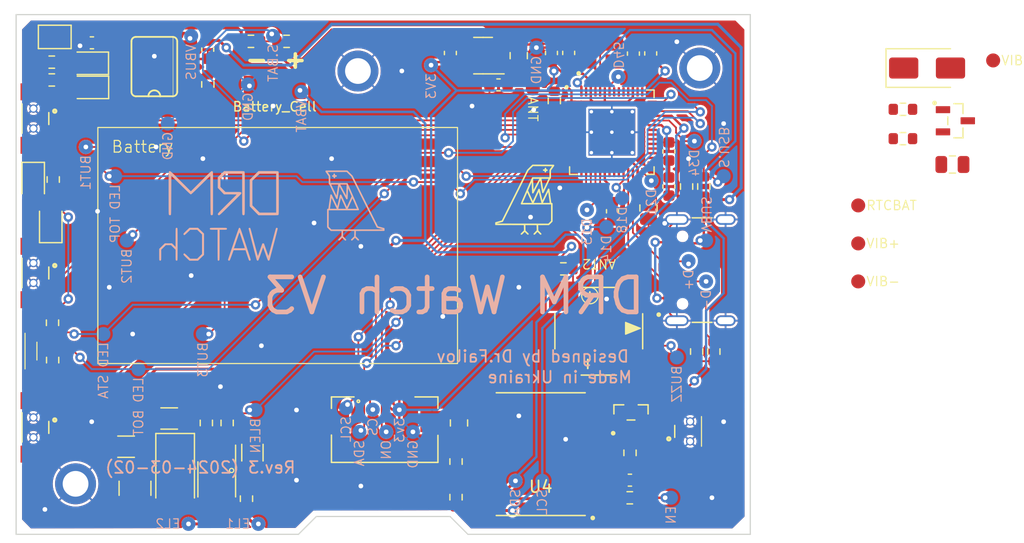
<source format=kicad_pcb>
(kicad_pcb (version 20221018) (generator pcbnew)
  (layers (0 "F.Cu" signal) (31 "B.Cu" signal) (34 "B.Paste" user) (35 "F.Paste" user) (36 "B.SilkS" user "B.Silkscreen") (37 "F.SilkS" user "F.Silkscreen") (38 "B.Mask" user) (39 "F.Mask" user) (44 "Edge.Cuts" user))
  (net 0 "")
  (net 1 "Net-(U1-GPIO2{slash}ADC1_CH1)")
  (net 2 "VCC")
  (net 3 "+3V3")
  (net 6 "Net-(J1-CC1)")
  (net 7 "Net-(U1-XTAL_P)")
  (net 9 "Net-(U1-XTAL_N)")
  (net 14 "Net-(D3-K)")
  (net 17 "Net-(U1-VDD_SPI)")
  (net 22 "Net-(J1-DP1)")
  (net 23 "Net-(J1-DN1)")
  (net 24 "GND")
  (net 27 "Net-(J1-CC2)")
  (net 30 "Net-(U1-GPIO7{slash}ADC1_CH6)")
  (net 31 "Net-(U1-GPIO5{slash}ADC1_CH4)")
  (net 32 "Net-(U1-GPIO11{slash}ADC2_CH0)")
  (net 33 "Net-(U1-LNA_IN{slash}RF)")
  (net 34 "Net-(U1-GPIO6{slash}ADC1_CH5)")
  (net 35 "Net-(U1-GPIO0{slash}BOOT)")
  (net 36 "Net-(U1-GPIO1{slash}ADC1_CH0)")
  (net 37 "Net-(U1-CHIP_PU{slash}RESET)")
  (net 38 "Net-(U1-GPIO12{slash}ADC2_CH1)")
  (net 39 "Net-(LS1-PadN)")
  (net 40 "Net-(LS1-PadP)")
  (net 41 "Net-(D1-A)")
  (net 42 "Net-(D2-A)")
  (net 43 "Net-(U1-GPIO33)")
  (net 45 "VBUS")
  (net 46 "Net-(D4-K)")
  (net 47 "Net-(U3-PROG)")
  (net 48 "Net-(U1-GPIO35)")
  (net 49 "Net-(D5-A)")
  (net 50 "Net-(C13-Pad2)")
  (net 51 "Net-(U1-GPIO4{slash}ADC1_CH3)")
  (net 52 "Net-(U1-GPIO3{slash}ADC1_CH2)")
  (net 56 "Net-(U1-GPIO36)")
  (net 57 "Net-(U1-GPIO37)")
  (net 58 "Net-(U1-GPIO38)")
  (net 62 "Net-(U4-VBAT)")
  (net 63 "Net-(U1-GPIO14{slash}ADC2_CH3)")
  (net 64 "Net-(U1-GPIO18{slash}ADC2_CH7{slash}DAC_2)")
  (net 65 "Net-(U1-GPIO21)")
  (net 66 "Net-(U1-GPIO45)")
  (net 67 "Net-(U1-GPIO34)")
  (net 68 "Net-(U1-GPIO13{slash}ADC2_CH2)")
  (net 69 "Net-(D3-A)")
  (net 70 "Net-(D4-A)")
  (net 71 "Net-(D6-K)")
  (net 72 "Net-(D6-A)")
  (net 77 "Net-(R21-Pad1)")
  (net 78 "Net-(U1-GPIO8{slash}ADC1_CH7)")
  (net 79 "Net-(U5-RSW-Osc)")
  (net 80 "Net-(U5-REL-Osc)")
  (net 81 "Net-(U5-VA)")
  (net 82 "Net-(U5-VB)")
  (net 83 "Net-(D7-A)")
  (net 84 "Net-(D7-K)")
  (net 85 "Net-(U1-GPIO9{slash}ADC1_CH8)")
  (footprint "Project-Lib:R_0603_1608Metric" (layer "F.Cu") (at 124.195147 71.997103 90)
    (fp_text reference "R3")
    (fp_text value "5.1K")
  )
  (footprint "Project-Lib:SMD-LED-Side-View" (layer "F.Cu") (at 67.564 71.96 90)
    (fp_text reference "D2")
    (fp_text value "020 SMD Side View LED White 6000K")
  )
  (footprint "Project-Lib:C_1206" (layer "F.Cu") (at 86.233 80.645 -90)
    (fp_text reference "C18" hide)
    (fp_text value "0.1uF")
  )
  (footprint "Project-Lib:CUI_CMT-7525S-SMT" (layer "F.Cu") (at 114.814147 68.738851 -90)
    (fp_text reference "LS1")
    (fp_text value "CMT-7525S-SMT")
  )
  (footprint "Project-Lib:R_0603_1608Metric" (layer "F.Cu") (at 123.333861 57.884106 -90)
    (fp_text reference "R14")
    (fp_text value "100K")
  )
  (footprint "Project-Lib:R_0603_1608Metric" (layer "F.Cu") (at 69.162006 72.728422 90)
    (fp_text reference "R6")
    (fp_text value "R22")
  )
  (footprint "Project-Lib:TestPoint_Pad" (layer "F.Cu") (at 118 64.5 180)
    (fp_text reference "TP28" hide)
    (fp_text value "ANT2")
  )
  (footprint "Project-Lib:m1.2-screw-mount" (layer "F.Cu") (at 124.46 47.752)
    (fp_text reference "M2" hide)
    (fp_text value "M1.2 screw mount get from DJI Mavic 3 CORE board" hide)
  )
  (footprint "Project-Lib:R_0603_1608Metric" (layer "F.Cu") (at 141.82 53.79)
    (fp_text reference "R23")
    (fp_text value "R22")
  )
  (footprint "Project-Lib:C_0603_1608Metric" (layer "F.Cu") (at 120.267524 46.5 90)
    (fp_text reference "C5")
    (fp_text value "0.1uF")
  )
  (footprint "Project-Lib:R_0603_1608Metric" (layer "F.Cu") (at 103.632 81.407 -90)
    (fp_text reference "R19")
    (fp_text value "4.3K")
  )
  (footprint "Project-Lib:C_0603_1608Metric" (layer "F.Cu") (at 111.787761 46.46105 -90)
    (fp_text reference "C15")
    (fp_text value "10uF")
  )
  (footprint "Project-Lib:R_0603_1608Metric" (layer "F.Cu") (at 82.423 49.149 -90)
    (fp_text reference "R9")
    (fp_text value "10K")
  )
  (footprint "Project-Lib:HOLE_LED_0805_2012Metric" (layer "F.Cu") (at 72.251123 47.343045 180)
    (fp_text reference "D3")
    (fp_text value "LED STBY" hide)
  )
  (footprint "Project-Lib:SW_TL3330AF130QG" (layer "F.Cu") (at 67.818 65.278 -90)
    (fp_text reference "S2")
    (fp_text value "2*4*3.5mm Micro SMD Tact Switch Side Button")
  )
  (footprint "Project-Lib:C_0805_2012Metric" (layer "F.Cu") (at 108.991132 46.688833 90)
    (fp_text reference "C9")
    (fp_text value "1uF")
  )
  (footprint "Project-Lib:SOT95P240X111-3N" (layer "F.Cu") (at 118.58366 77.203648 90)
    (fp_text reference "Q1")
    (fp_text value "2N7002LT1G" hide)
  )
  (footprint "Project-Lib:Battery" (layer "F.Cu") (at 88.265 49.276)
    (fp_text reference "BT1" hide)
    (fp_text value "Battery_Cell")
  )
  (footprint "Project-Lib:R_0603_1608Metric" (layer "F.Cu") (at 85.725 84.582 90)
    (fp_text reference "R21")
    (fp_text value "500R")
  )
  (footprint "Project-Lib:C_0603_1608Metric" (layer "F.Cu") (at 103.149132 46.463833 90)
    (fp_text reference "C6")
    (fp_text value "0.1uF")
  )
  (footprint "Project-Lib:R_0603_1608Metric" (layer "F.Cu") (at 84.074 78.105 -90)
    (fp_text reference "R17")
    (fp_text value "560K")
  )
  (footprint "Project-Lib:C_0603_1608Metric" (layer "F.Cu") (at 117.000479 60.000783 -90)
    (fp_text reference "C4")
    (fp_text value "0.1uF")
  )
  (footprint "Project-Lib:SO08" (layer "F.Cu") (at 77.851 47.625 90)
    (fp_text reference "U3")
    (fp_text value "TP4056")
  )
  (footprint "Project-Lib:US1D" (layer "F.Cu") (at 79.629 82.518 -90)
    (fp_text reference "D6")
    (fp_text value "US1D")
  )
  (footprint "Project-Lib:TestPoint_Pad" (layer "F.Cu") (at 138 66)
    (fp_text reference "TP41" hide)
    (fp_text value "VIB-")
  )
  (footprint "Project-Lib:SW_TL3330AF130QG" (layer "F.Cu") (at 67.818 52.07 -90)
    (fp_text reference "S1")
    (fp_text value "2*4*3.5mm Micro SMD Tact Switch Side Button")
  )
  (footprint "Project-Lib:C_0603_1608Metric" (layer "F.Cu") (at 82.41587 46.174882 90)
    (fp_text reference "C12")
    (fp_text value "10uF")
  )
  (footprint "Project-Lib:687110149022" (layer "F.Cu") (at 97.536 75.23)
    (fp_text reference "J2")
    (fp_text value "FPC 10pin 0.5mm pitch")
  )
  (footprint "Project-Lib:C_0603_1608Metric" (layer "F.Cu") (at 121.821319 54.885182 90)
    (fp_text reference "C7")
    (fp_text value "1uF")
  )
  (footprint "Project-Lib:US1D" (layer "F.Cu") (at 143.885 47.75)
    (fp_text reference "D7")
    (fp_text value "US1D")
  )
  (footprint "Project-Lib:C_0603_1608Metric" (layer "F.Cu") (at 118.49128 82.998754)
    (fp_text reference "C14")
    (fp_text value "1uF")
  )
  (footprint "Project-Lib:C_0603_1608Metric" (layer "F.Cu") (at 118.790503 46.514216 -90)
    (fp_text reference "C3")
    (fp_text value "10pF")
  )
  (footprint "Project-Lib:C_0805_2012Metric" (layer "F.Cu") (at 146.05 56)
    (fp_text reference "C19")
    (fp_text value "1uF")
  )
  (footprint "Project-Lib:R_0603_1608Metric" (layer "F.Cu") (at 69.088 47.244)
    (fp_text reference "R7")
    (fp_text value "1K")
  )
  (footprint "Project-Lib:SW_TL3330AF130QG" (layer "F.Cu") (at 67.818 78.486 -90)
    (fp_text reference "S4")
    (fp_text value "2*4*3.5mm Micro SMD Tact Switch Side Button")
  )
  (footprint "Project-Lib:SolderJumper-2_P1.3mm_Open_Pad1.0x1.5mm" (layer "F.Cu") (at 69.342 45.085)
    (fp_text reference "JP1" hide)
    (fp_text value "Connect this to directly power VCC from USB")
  )
  (footprint "Project-Lib:C_0603_1608Metric" (layer "F.Cu") (at 107.263411 49.190065)
    (fp_text reference "C13")
    (fp_text value "10pF")
  )
  (footprint "Project-Lib:SOIC127P1032X265-16N" (layer "F.Cu") (at 110.871 80.772 180)
    (fp_text reference "U4")
    (fp_text value "DS3231S")
  )
  (footprint "Project-Lib:R_0603_1608Metric" (layer "F.Cu") (at 69.150351 69.534964 -90)
    (fp_text reference "R10")
    (fp_text value "R22")
  )
  (footprint "Project-Lib:C_0805_2012Metric" (layer "F.Cu") (at 103.886 78.105 90)
    (fp_text reference "C10")
    (fp_text value "1uF")
  )
  (footprint "Project-Lib:HOLE_LED_0805_2012Metric" (layer "F.Cu") (at 67.5 57.5 -90)
    (fp_text reference "D1")
    (fp_text value "LED TOP" hide)
  )
  (footprint "Project-Lib:C_0603_1608Metric" (layer "F.Cu") (at 72.517 45.593 180)
    (fp_text reference "C11")
    (fp_text value "10uF")
  )
  (footprint "Project-Lib:HV857" (layer "F.Cu") (at 83.185 82.931 -90)
    (fp_text reference "U5")
    (fp_text value "Microchip HV857")
  )
  (footprint "Project-Lib:C_0603_1608Metric" (layer "F.Cu") (at 113.258303 46.455154 -90)
    (fp_text reference "C2")
    (fp_text value "10pF")
  )
  (footprint "Project-Lib:R_0603_1608Metric" (layer "F.Cu") (at 69.213058 57.284281 90)
    (fp_text reference "R5")
    (fp_text value "R22")
  )
  (footprint "Project-Lib:zubat_v5" (layer "F.Cu") (at 109.5 59)
    (fp_text reference "G***" hide)
    (fp_text value "LOGO" hide)
  )
  (footprint "Project-Lib:R_0603_1608Metric" (layer "F.Cu") (at 141.82 51.28)
    (fp_text reference "R22")
    (fp_text value "1K")
  )
  (footprint "Project-Lib:R_0603_1608Metric" (layer "F.Cu") (at 69.088 48.768)
    (fp_text reference "R8")
    (fp_text value "1K")
  )
  (footprint "Project-Lib:TestPoint_Pad" (layer "F.Cu") (at 138 59.5)
    (fp_text reference "TP39" hide)
    (fp_text value "RTCBAT")
  )
  (footprint "Project-Lib:R_0603_1608Metric" (layer "F.Cu") (at 112.803466 64.927773 180)
    (fp_text reference "R4")
    (fp_text value "R22")
  )
  (footprint "Project-Lib:R_0603_1608Metric" (layer "F.Cu") (at 82.296 78.105 -90)
    (fp_text reference "R18")
    (fp_text value "2M")
  )
  (footprint "Project-Lib:C_1206" (layer "F.Cu") (at 79.121 77.724 180)
    (fp_text reference "C16" hide)
    (fp_text value "12nF 200V")
  )
  (footprint "Project-Lib:ME6211 SOT-23-5" (layer "F.Cu") (at 105.943132 46.688833 180)
    (fp_text reference "U2")
    (fp_text value "ME6211 SOT23-5 3.3V")
  )
  (footprint "Project-Lib:TestPoint_Pad" (layer "F.Cu") (at 110.193874 49.5 -90)
    (fp_text reference "TP27" hide)
    (fp_text value "ANT")
  )
  (footprint "Project-Lib:m1.2-screw-mount" (layer "F.Cu") (at 95.25 48.006)
    (fp_text reference "M3" hide)
    (fp_text value "M1.2 screw mount get from DJI Mavic 3 CORE board" hide)
  )
  (footprint "Project-Lib:TestPoint_Pad" (layer "F.Cu") (at 138 62.75)
    (fp_text reference "TP40" hide)
    (fp_text value "VIB+")
  )
  (footprint "Project-Lib:R_0603_1608Metric" (layer "F.Cu") (at 125.663001 72 -90)
    (fp_text reference "R2")
    (fp_text value "5.1K")
  )
  (footprint "Project-Lib:SW_TL3330AF130QG" (layer "F.Cu") (at 123.337 78.828 90)
    (fp_text reference "S3")
    (fp_text value "2*4*3.5mm Micro SMD Tact Switch Side Button")
  )
  (footprint "Project-Lib:R_0603_1608Metric" (layer "F.Cu") (at 86.106 45.466)
    (fp_text reference "R11")
    (fp_text value "100K")
  )
  (footprint "Project-Lib:Inductor-L_1210_3225Metric" (layer "F.Cu") (at 76.2 83.693 90)
    (fp_text reference "L1")
    (fp_text value "220uH")
  )
  (footprint "Project-Lib:SOT95P240X111-3N" (layer "F.Cu") (at 146.303 52.26)
    (fp_text reference "Q2")
    (fp_text value "2N7002LT1G" hide)
  )
  (footprint "Project-Lib:C_1206" (layer "F.Cu") (at 75.438 80.137 180)
    (fp_text reference "C17" hide)
    (fp_text value "4.7uF")
  )
  (footprint "Project-Lib:R_0603_1608Metric" (layer "F.Cu") (at 112.031855 50.560182 -90)
    (fp_text reference "R15")
    (fp_text value "0 ohm")
  )
  (footprint "Project-Lib:m1.2-screw-mount" (layer "F.Cu") (at 71.12 83.312)
    (fp_text reference "M1" hide)
    (fp_text value "M1.2 screw mount get from DJI Mavic 3 CORE board" hide)
  )
  (footprint "Project-Lib:HRO_TYPE-C-31-M-12" (layer "F.Cu") (at 126.67 65.031 90)
    (fp_text reference "J1")
    (fp_text value "TYPE-C-31-M-12")
  )
  (footprint "Project-Lib:R_0603_1608Metric" (layer "F.Cu") (at 118.479773 84.506664)
    (fp_text reference "R16")
    (fp_text value "10K")
  )
  (footprint "Project-Lib:R_0603_1608Metric" (layer "F.Cu") (at 124.805082 57.883034 90)
    (fp_text reference "R13")
    (fp_text value "100K")
  )
  (footprint "Project-Lib:TestPoint_Pad" (layer "F.Cu") (at 149.53 47.1)
    (fp_text reference "TP42" hide)
    (fp_text value "VIB")
  )
  (footprint "Project-Lib:OSC_XRCGB48M000F0Z00R0" (layer "F.Cu") (at 116.020503 46.426716 90)
    (fp_text reference "Y1")
    (fp_text value "3225 4PIN 40Mhz 3.2*2.5mm Passive SMD Quartz Resonator Crystal" hide)
  )
  (footprint "Project-Lib:R_0603_1608Metric" (layer "F.Cu") (at 89.154 45.466)
    (fp_text reference "R12")
    (fp_text value "100K")
  )
  (footprint "Project-Lib:R_0603_1608Metric" (layer "F.Cu") (at 103.632 84.455 90)
    (fp_text reference "R20")
    (fp_text value "4.3K")
  )
  (footprint "Project-Lib:HOLE_LED_0805_2012Metric" (layer "F.Cu") (at 69 61 90)
    (fp_text reference "D5")
    (fp_text value "LED STATUS" hide)
  )
  (footprint "Project-Lib:Battery502535" (layer "F.Cu") (at 88.392 61.849)
    (fp_text reference "REF**" hide)
    (fp_text value "Battery502535")
  )
  (footprint "Project-Lib:C_0603_1608Metric" (layer "F.Cu") (at 121.821319 57.885182 -90)
    (fp_text reference "C8")
    (fp_text value "0.1uF")
  )
  (footprint "Project-Lib:HOLE_LED_0805_2012Metric" (layer "F.Cu") (at 72.263 49.403 180)
    (fp_text reference "D4")
    (fp_text value "LED CHARGE" hide)
  )
  (footprint "Project-Lib:R_0603_1608Metric" (layer "F.Cu") (at 118.5 80.660621 -90)
    (fp_text reference "R1")
    (fp_text value "1K")
  )
  (footprint "Project-Lib:QFN-56-1EP_7x7mm_P0.4mm_EP4x4mm_ThermalVias" (layer "F.Cu") (at 116.946319 53.237182)
    (fp_text reference "U1")
    (fp_text value "ESP32-S2")
  )
  (footprint "Project-Lib:C_0805_2012Metric" (layer "F.Cu") (at 120.078637 59.718763 90)
    (fp_text reference "C1")
    (fp_text value "0.1uF")
  )
  (footprint "Project-Lib:TestPoint_Pad" (layer "B.Cu") (at 96.52 76.962 -90)
    (fp_text reference "TP15" hide)
    (fp_text value "CS")
  )
  (footprint "Project-Lib:drm_logo_v1" (layer "B.Cu") (at 83.5 60.5 180)
    (fp_text reference "G***" hide)
    (fp_text value "LOGO" hide)
  )
  (footprint "Project-Lib:TestPoint_Pad" (layer "B.Cu") (at 86.5 77 -90)
    (fp_text reference "TP38" hide)
    (fp_text value "BLEN")
  )
  (footprint "Project-Lib:TestPoint_Pad" (layer "B.Cu") (at 85.852 49.149 -90)
    (fp_text reference "TP9" hide)
    (fp_text value "GND")
  )
  (footprint "Project-Lib:TestPoint_Pad" (layer "B.Cu") (at 123.5 64.262 -90)
    (fp_text reference "TP24" hide)
    (fp_text value "D+")
  )
  (footprint "Project-Lib:TestPoint_Pad" (layer "B.Cu") (at 124 54 -90)
    (fp_text reference "TP36" hide)
    (fp_text value "D34")
  )
  (footprint "Project-Lib:TestPoint_Pad" (layer "B.Cu") (at 82 70.5 -90)
    (fp_text reference "TP5" hide)
    (fp_text value "BUT3")
  )
  (footprint "Project-Lib:zubat_v5" (layer "B.Cu") (at 95 59.5 180)
    (fp_text reference "G***" hide)
    (fp_text value "LOGO" hide)
  )
  (footprint "Project-Lib:TestPoint_Pad" (layer "B.Cu") (at 97.663 78.867 -90)
    (fp_text reference "TP16" hide)
    (fp_text value "ON")
  )
  (footprint "Project-Lib:TestPoint_Pad" (layer "B.Cu") (at 76.5 73.5 -90)
    (fp_text reference "TP20" hide)
    (fp_text value "LED BOT")
  )
  (footprint "Project-Lib:TestPoint_Pad" (layer "B.Cu") (at 126.5 57 90)
    (fp_text reference "TP12" hide)
    (fp_text value "S.USB")
  )
  (footprint "Project-Lib:TestPoint_Pad" (layer "B.Cu") (at 88 45 -90)
    (fp_text reference "TP11" hide)
    (fp_text value "S.BAT")
  )
  (footprint "Project-Lib:TestPoint_Pad" (layer "B.Cu") (at 110.998 83.058 -90)
    (fp_text reference "TP30" hide)
    (fp_text value "SCL")
  )
  (footprint "Project-Lib:TestPoint_Pad" (layer "B.Cu") (at 114.821319 59.885182 -90)
    (fp_text reference "TP37" hide)
    (fp_text value "D13")
  )
  (footprint "Project-Lib:TestPoint_Pad" (layer "B.Cu") (at 95.377 78.867 -90)
    (fp_text reference "TP14" hide)
    (fp_text value "SDA")
  )
  (footprint "Project-Lib:TestPoint_Pad" (layer "B.Cu") (at 120.321319 57.385182 -90)
    (fp_text reference "TP34" hide)
    (fp_text value "D21")
  )
  (footprint "Project-Lib:TestPoint_Pad" (layer "B.Cu") (at 101.5 47.5 -90)
    (fp_text reference "TP1" hide)
    (fp_text value "3V3")
  )
  (footprint "Project-Lib:TestPoint_Pad" (layer "B.Cu") (at 125 62.5 90)
    (fp_text reference "TP7" hide)
    (fp_text value "VBUS")
  )
  (footprint "Project-Lib:TestPoint_Pad" (layer "B.Cu") (at 116.483332 61.350058 -90)
    (fp_text reference "TP31" hide)
    (fp_text value "D14")
  )
  (footprint "Project-Lib:TestPoint_Pad" (layer "B.Cu") (at 75.5 62.5 -90)
    (fp_text reference "TP4" hide)
    (fp_text value "BUT2")
  )
  (footprint "Project-Lib:TestPoint_Pad" (layer "B.Cu") (at 74.5 57 -90)
    (fp_text reference "TP19" hide)
    (fp_text value "LED TOP")
  )
  (footprint "Project-Lib:TestPoint_Pad" (layer "B.Cu") (at 108.712 83.058 -90)
    (fp_text reference "TP29" hide)
    (fp_text value "SDA")
  )
  (footprint "Project-Lib:TestPoint_Pad" (layer "B.Cu") (at 110.5 46 -90)
    (fp_text reference "TP6" hide)
    (fp_text value "GND")
  )
  (footprint "Project-Lib:TestPoint_Pad" (layer "B.Cu") (at 90.424 49.784 -90)
    (fp_text reference "TP2" hide)
    (fp_text value "VBAT")
  )
  (footprint "Project-Lib:TestPoint_Pad" (layer "B.Cu") (at 86.741 86.741 180)
    (fp_text reference "TP26" hide)
    (fp_text value "EL1")
  )
  (footprint "Project-Lib:TestPoint_Pad" (layer "B.Cu") (at 80.772 86.741 180)
    (fp_text reference "TP32" hide)
    (fp_text value "EL2")
  )
  (footprint "Project-Lib:TestPoint_Pad" (layer "B.Cu") (at 94.234 76.835 -90)
    (fp_text reference "TP13" hide)
    (fp_text value "SCL")
  )
  (footprint "Project-Lib:TestPoint_Pad" (layer "B.Cu") (at 122.5 72.5 -90)
    (fp_text reference "TP22" hide)
    (fp_text value "BUZZ")
  )
  (footprint "Project-Lib:TestPoint_Pad" (layer "B.Cu") (at 125 66 -90)
    (fp_text reference "TP25" hide)
    (fp_text value "D-")
  )
  (footprint "Project-Lib:TestPoint_Pad" (layer "B.Cu") (at 81 45 -90)
    (fp_text reference "TP23" hide)
    (fp_text value "VBUS")
  )
  (footprint "Project-Lib:TestPoint_Pad" (layer "B.Cu") (at 117.821319 58.885182 -90)
    (fp_text reference "TP33" hide)
    (fp_text value "D18")
  )
  (footprint "Project-Lib:TestPoint_Pad" (layer "B.Cu") (at 79 52.5 -90)
    (fp_text reference "TP8" hide)
    (fp_text value "GND")
  )
  (footprint "Project-Lib:TestPoint_Pad" (layer "B.Cu") (at 99.949 78.867 -90)
    (fp_text reference "TP17" hide)
    (fp_text value "GND")
  )
  (footprint "Project-Lib:TestPoint_Pad" (layer "B.Cu") (at 72 54.5 -90)
    (fp_text reference "TP3" hide)
    (fp_text value "BUT1")
  )
  (footprint "Project-Lib:TestPoint_Pad" (layer "B.Cu") (at 98.806 76.962 -90)
    (fp_text reference "TP18" hide)
    (fp_text value "3v3")
  )
  (footprint "Project-Lib:TestPoint_Pad" (layer "B.Cu") (at 73.5 70.5 -90)
    (fp_text reference "TP21" hide)
    (fp_text value "LED STA")
  )
  (footprint "Project-Lib:TestPoint_Pad" (layer "B.Cu") (at 117.5 48.5 90)
    (fp_text reference "TP35" hide)
    (fp_text value "D45")
  )
  (footprint "Project-Lib:TestPoint_Pad" (layer "B.Cu") (at 122 84.5 -90)
    (fp_text reference "TP10" hide)
    (fp_text value "EN")
  )
  (gr_line (start 128.778 87.63) (end 104.648 87.63) (stroke (width 0.1)) (layer "Edge.Cuts"))
  (gr_line (start 66.04 43.18) (end 128.778 43.18) (stroke (width 0.1)) (layer "Edge.Cuts"))
  (gr_line (start 103.124 86.106) (end 91.694 86.106) (stroke (width 0.1)) (layer "Edge.Cuts"))
  (gr_line (start 104.648 87.63) (end 103.124 86.106) (stroke (width 0.1)) (layer "Edge.Cuts"))
  (gr_line (start 90.17 87.63) (end 91.694 86.106) (stroke (width 0.1)) (layer "Edge.Cuts"))
  (gr_line (start 66.04 87.63) (end 90.17 87.63) (stroke (width 0.1)) (layer "Edge.Cuts"))
  (gr_line (start 128.778 43.18) (end 128.778 87.63) (stroke (width 0.1)) (layer "Edge.Cuts"))
  (gr_line (start 66.04 43.18) (end 66.04 87.63) (stroke (width 0.1)) (layer "Edge.Cuts"))
  (gr_text "Designed by Dr.Failov" (at 118.5 73) (layer "B.SilkS") (effects (font (size 1 1)) (justify left bottom mirror)))
  (gr_text "Rev.3 (2024-03-02)" (at 90 82.5) (layer "B.SilkS") (effects (font (size 1 1)) (justify left bottom mirror)))
  (gr_text "DRM Watch V3" (at 120 69) (layer "B.SilkS") (effects (font (size 3 3) (thickness 0.4)) (justify left bottom mirror)))
  (gr_text "Made in Ukraine" (at 118.754 74.778) (layer "B.SilkS") (effects (font (size 1 1)) (justify left bottom mirror)))
  (segment (start 83.8565 64.8565) (end 83.8565 69.1435) (width 0.15) (layer "F.Cu") (net 1))
  (segment (start 83.8565 64.8565) (end 68.703 80.01) (width 0.15) (layer "F.Cu") (net 1))
  (segment (start 83.8565 69.1435) (end 82.5 70.5) (width 0.15) (layer "F.Cu") (net 1))
  (segment (start 113.496319 53.037182) (end 85.508223 53.037182) (width 0.15) (layer "F.Cu") (net 1))
  (segment (start 83.8565 54.688905) (end 83.8565 64.8565) (width 0.15) (layer "F.Cu") (net 1))
  (segment (start 85.508223 53.037182) (end 83.8565 54.688905) (width 0.15) (layer "F.Cu") (net 1))
  (via (at 82.5 70.5) (size 0.8) (drill 0.4) (layers "F.Cu" "B.Cu") (net 1))
  (segment (start 82.5 70.5) (end 82 70.5) (width 0.15) (layer "B.Cu") (net 1))
  (segment (start 85.281 44.641) (end 84.963 44.323) (width 0.25) (layer "F.Cu") (net 2))
  (segment (start 107.080632 47.638833) (end 108.991132 47.638833) (width 0.2) (layer "F.Cu") (net 2))
  (segment (start 88.9 46.99) (end 89.789 47.879) (width 0.25) (layer "F.Cu") (net 2))
  (segment (start 88.9 46.99) (end 90.51 46.99) (width 0.25) (layer "F.Cu") (net 2))
  (segment (start 76.353719 44.323) (end 74.959234 45.717485) (width 0.25) (layer "F.Cu") (net 2))
  (segment (start 106.418133 45.738833) (end 105.943132 46.213834) (width 0.2) (layer "F.Cu") (net 2))
  (segment (start 85.281 46.038) (end 86.233 46.99) (width 0.25) (layer "F.Cu") (net 2))
  (segment (start 90.297 49.657) (end 90.043 49.657) (width 0.15) (layer "F.Cu") (net 2))
  (segment (start 85.281 45.466) (end 85.281 44.641) (width 0.25) (layer "F.Cu") (net 2))
  (segment (start 107.080632 45.738833) (end 106.418133 45.738833) (width 0.2) (layer "F.Cu") (net 2))
  (segment (start 105.943132 47.163832) (end 106.418133 47.638833) (width 0.2) (layer "F.Cu") (net 2))
  (segment (start 106.418133 47.638833) (end 107.080632 47.638833) (width 0.2) (layer "F.Cu") (net 2))
  (segment (start 84.963 44.323) (end 76.353719 44.323) (width 0.25) (layer "F.Cu") (net 2))
  (segment (start 85.344 45.466) (end 85.281 45.466) (width 0.25) (layer "F.Cu") (net 2))
  (segment (start 70.231 44.704) (end 72.276 44.704) (width 0.25) (layer "F.Cu") (net 2))
  (segment (start 93 44.5) (end 105.841799 44.5) (width 0.25) (layer "F.Cu") (net 2))
  (segment (start 69.992 44.943) (end 70.231 44.704) (width 0.25) (layer "F.Cu") (net 2))
  (segment (start 87.5 73.5) (end 98.5 62.5) (width 0.25) (layer "F.Cu") (net 2))
  (segment (start 78 73.5) (end 87.5 73.5) (width 0.25) (layer "F.Cu") (net 2))
  (segment (start 90.043 49.657) (end 89.789 49.403) (width 0.15) (layer "F.Cu") (net 2))
  (segment (start 72.276 44.704) (end 73.292 45.72) (width 0.25) (layer "F.Cu") (net 2))
  (segment (start 105.943132 46.213834) (end 105.943132 47.163832) (width 0.2) (layer "F.Cu") (net 2))
  (segment (start 85.281 45.466) (end 85.281 46.038) (width 0.25) (layer "F.Cu") (net 2))
  (segment (start 69.992 45.085) (end 69.992 44.943) (width 0.25) (layer "F.Cu") (net 2))
  (segment (start 76.913 80.137) (end 75 78.224) (width 0.25) (layer "F.Cu") (net 2))
  (segment (start 74.956719 45.72) (end 74.959234 45.717485) (width 0.25) (layer "F.Cu") (net 2))
  (segment (start 89.789 47.879) (end 89.789 49.403) (width 0.25) (layer "F.Cu") (net 2))
  (segment (start 105.841799 44.5) (end 107.080632 45.738833) (width 0.25) (layer "F.Cu") (net 2))
  (segment (start 86.233 46.99) (end 88.9 46.99) (width 0.25) (layer "F.Cu") (net 2))
  (segment (start 111.978466 64.521534) (end 113.5 63) (width 0.15) (layer "F.Cu") (net 2))
  (segment (start 75 76.5) (end 78 73.5) (width 0.25) (layer "F.Cu") (net 2))
  (segment (start 76.913 80.137) (end 76.913 81.58) (width 0.25) (layer "F.Cu") (net 2))
  (segment (start 75 78.224) (end 75 76.5) (width 0.25) (layer "F.Cu") (net 2))
  (segment (start 76.913 81.58) (end 76.2 82.293) (width 0.25) (layer "F.Cu") (net 2))
  (segment (start 90.51 46.99) (end 93 44.5) (width 0.25) (layer "F.Cu") (net 2))
  (segment (start 111.978466 64.927773) (end 111.978466 64.521534) (width 0.15) (layer "F.Cu") (net 2))
  (segment (start 73.292 45.72) (end 74.956719 45.72) (width 0.25) (layer "F.Cu") (net 2))
  (via (at 113.5 63) (size 0.8) (drill 0.4) (layers "F.Cu" "B.Cu") (net 2))
  (via (at 98.5 62.5) (size 0.8) (drill 0.4) (layers "F.Cu" "B.Cu") (net 2))
  (via (at 90.297 49.657) (size 0.8) (drill 0.4) (layers "F.Cu" "B.Cu") (net 2))
  (segment (start 98.5 62.5) (end 101 62.5) (width 0.25) (layer "B.Cu") (net 2))
  (segment (start 100 51.5) (end 101 52.5) (width 0.2) (layer "B.Cu") (net 2))
  (segment (start 113 63.5) (end 113.5 63) (width 0.2) (layer "B.Cu") (net 2))
  (segment (start 102 63.5) (end 113 63.5) (width 0.2) (layer "B.Cu") (net 2))
  (segment (start 101 62.5) (end 102 63.5) (width 0.2) (layer "B.Cu") (net 2))
  (segment (start 92.14 51.5) (end 100 51.5) (width 0.2) (layer "B.Cu") (net 2))
  (segment (start 90.424 49.784) (end 92.14 51.5) (width 0.2) (layer "B.Cu") (net 2))
  (segment (start 101 52.5) (end 101 62.5) (width 0.2) (layer "B.Cu") (net 2))
  (segment (start 114.321319 50.637182) (end 113.496319 50.637182) (width 0.2) (layer "F.Cu") (net 3))
  (segment (start 114.273319 51.837182) (end 114.321319 51.885182) (width 0.2) (layer "F.Cu") (net 3))
  (segment (start 114.321319 51.385182) (end 114.321319 50.637182) (width 0.2) (layer "F.Cu") (net 3))
  (segment (start 118.746319 48.796205) (end 120.267524 47.275) (width 0.2) (layer "F.Cu") (net 3))
  (segment (start 86.233 79.17) (end 89.17 79.17) (width 0.25) (layer "F.Cu") (net 3))
  (segment (start 115.146319 50.462182) (end 115.146319 49.787182) (width 0.2) (layer "F.Cu") (net 3))
  (segment (start 117.654773 84.506664) (end 116.085664 84.506664) (width 0.15) (layer "F.Cu") (net 3))
  (segment (start 104.805632 47.638833) (end 103.549132 47.638833) (width 0.2) (layer "F.Cu") (net 3))
  (segment (start 116.085664 84.506664) (end 115.526 83.947) (width 0.15) (layer "F.Cu") (net 3))
  (segment (start 113.496319 51.437182) (end 114.269319 51.437182) (width 0.2) (layer "F.Cu") (net 3))
  (segment (start 116.346319 56.687182) (end 116.346319 57.360182) (width 0.2) (layer "F.Cu") (net 3))
  (segment (start 118.746319 50.212832) (end 118.321969 50.637182) (width 0.2) (layer "F.Cu") (net 3))
  (segment (start 98.286 76.481992) (end 98.786004 76.981996) (width 0.2) (layer "F.Cu") (net 3))
  (segment (start 116.346319 55.910182) (end 116.346319 56.687182) (width 0.2) (layer "F.Cu") (net 3))
  (segment (start 119.146319 56.687182) (end 119.146319 56.261532) (width 0.2) (layer "F.Cu") (net 3))
  (segment (start 112.786797 49.010358) (end 112.786797 48.235086) (width 0.2) (layer "F.Cu") (net 3))
  (segment (start 116.181271 55.745134) (end 116.346319 55.910182) (width 0.2) (layer "F.Cu") (net 3))
  (segment (start 120.078637 58.768763) (end 119.146319 57.836445) (width 0.2) (layer "F.Cu") (net 3))
  (segment (start 89.17 79.17) (end 91.5 81.5) (width 0.25) (layer "F.Cu") (net 3))
  (segment (start 115.321319 50.637182) (end 114.321319 50.637182) (width 0.2) (layer "F.Cu") (net 3))
  (segment (start 116.321319 50.637182) (end 116.346319 50.612182) (width 0.2) (layer "F.Cu") (net 3))
  (segment (start 114.321319 51.885182) (end 114.321319 55.362822) (width 0.2) (layer "F.Cu") (net 3))
  (segment (start 102.882 80.059) (end 102.882 81.482) (width 0.2) (layer "F.Cu") (net 3))
  (segment (start 84.16 80.8185) (end 85.8085 79.17) (width 0.25) (layer "F.Cu") (net 3))
  (segment (start 116.566611 57.580474) (end 116.566611 58.791915) (width 0.2) (layer "F.Cu") (net 3))
  (segment (start 104.584 84.582) (end 114.891 84.582) (width 0.25) (layer "F.Cu") (net 3))
  (segment (start 115.146319 48.913115) (end 114.46829 48.235086) (width 0.2) (layer "F.Cu") (net 3))
  (segment (start 103.886 79.055) (end 102.882 80.059) (width 0.2) (layer "F.Cu") (net 3))
  (segment (start 116.346319 50.612182) (end 116.346319 49.787182) (width 0.2) (layer "F.Cu") (net 3))
  (segment (start 97.786 76.577) (end 98.171 76.962) (width 0.2) (layer "F.Cu") (net 3))
  (segment (start 116.321319 50.637182) (end 115.321319 50.637182) (width 0.2) (layer "F.Cu") (net 3))
  (segment (start 98.766008 76.962) (end 98.786004 76.981996) (width 0.2) (layer "F.Cu") (net 3))
  (segment (start 98.786004 76.981996) (end 98.786004 79.228004) (width 0.2) (layer "F.Cu") (net 3))
  (segment (start 103.549132 47.638833) (end 103.149132 47.238833) (width 0.2) (layer "F.Cu") (net 3))
  (segment (start 113.496319 50.637182) (end 113.496319 49.71988) (width 0.2) (layer "F.Cu") (net 3))
  (segment (start 116.566611 58.791915) (end 117.000479 59.225783) (width 0.2) (layer "F.Cu") (net 3))
  (segment (start 114.269319 51.437182) (end 114.321319 51.385182) (width 0.2) (layer "F.Cu") (net 3))
  (segment (start 101.761167 47.238833) (end 101.5 47.5) (width 0.2) (layer "F.Cu") (net 3))
  (segment (start 99.695 80.137) (end 101.537 80.137) (width 0.2) (layer "F.Cu") (net 3))
  (segment (start 101.537 80.137) (end 102.882 81.482) (width 0.2) (layer "F.Cu") (net 3))
  (segment (start 114.703631 55.745134) (end 116.181271 55.745134) (width 0.2) (layer "F.Cu") (net 3))
  (segment (start 115.146319 49.787182) (end 115.146319 48.913115) (width 0.2) (layer "F.Cu") (net 3))
  (segment (start 118.746319 49.787182) (end 118.746319 50.212832) (width 0.2) (layer "F.Cu") (net 3))
  (segment (start 103.149132 47.238833) (end 101.761167 47.238833) (width 0.2) (layer "F.Cu") (net 3))
  (segment (start 113.496319 49.71988) (end 112.786797 49.010358) (width 0.2) (layer "F.Cu") (net 3))
  (segment (start 114.891 84.582) (end 115.526 83.947) (width 0.25) (layer "F.Cu") (net 3))
  (segment (start 98.786 76.981992) (end 98.786004 76.981996) (width 0.2) (layer "F.Cu") (net 3))
  (segment (start 103.632 83.63) (end 104.584 84.582) (width 0.25) (layer "F.Cu") (net 3))
  (segment (start 102.882 81.482) (end 103.632 82.232) (width 0.2) (layer "F.Cu") (net 3))
  (segment (start 111.787761 47.23605) (end 111.787761 47.787761) (width 0.2) (layer "F.Cu") (net 3))
  (segment (start 113.496319 51.837182) (end 114.273319 51.837182) (width 0.2) (layer "F.Cu") (net 3))
  (segment (start 103.632 82.232) (end 103.632 83.63) (width 0.25) (layer "F.Cu") (net 3))
  (segment (start 111.787761 47.787761) (end 112 48) (width 0.2) (layer "F.Cu") (net 3))
  (segment (start 116.346319 57.360182) (end 116.566611 57.580474) (width 0.2) (layer "F.Cu") (net 3))
  (segment (start 118.746319 49.787182) (end 118.746319 48.796205) (width 0.2) (layer "F.Cu") (net 3))
  (segment (start 115.321319 50.637182) (end 115.146319 50.462182) (width 0.2) (layer "F.Cu") (net 3))
  (segment (start 114.321319 51.885182) (end 114.321319 51.385182) (width 0.2) (layer "F.Cu") (net 3))
  (segment (start 114.46829 48.235086) (end 112.786797 48.235086) (width 0.2) (layer "F.Cu") (net 3))
  (segment (start 119.146319 56.261532) (end 118.629921 55.745134) (width 0.2) (layer "F.Cu") (net 3))
  (segment (start 98.286 75.23) (end 98.286 76.481992) (width 0.2) (layer "F.Cu") (net 3))
  (segment (start 120.267524 47.275) (end 120.775 47.275) (width 0.2) (layer "F.Cu") (net 3))
  (segment (start 98.171 76.962) (end 98.766008 76.962) (width 0.2) (layer "F.Cu") (net 3))
  (segment (start 120.775 47.275) (end 121.5 48) (width 0.2) (layer "F.Cu") (net 3))
  (segment (start 91.5 81.5) (end 98.332 81.5) (width 0.25) (layer "F.Cu") (net 3))
  (segment (start 85.8085 79.17) (end 86.233 79.17) (width 0.25) (layer "F.Cu") (net 3))
  (segment (start 119.146319 57.836445) (end 119.146319 56.687182) (width 0.2) (layer "F.Cu") (net 3))
  (segment (start 97.786 75.23) (end 97.786 76.577) (width 0.2) (layer "F.Cu") (net 3))
  (segment (start 114.321319 55.362822) (end 114.703631 55.745134) (width 0.2) (layer "F.Cu") (net 3))
  (segment (start 98.786 75.23) (end 98.786 76.981992) (width 0.2) (layer "F.Cu") (net 3))
  (segment (start 112.786797 48.235086) (end 111.787761 47.23605) (width 0.2) (layer "F.Cu") (net 3))
  (segment (start 98.332 81.5) (end 99.695 80.137) (width 0.25) (layer "F.Cu") (net 3))
  (segment (start 118.629921 55.745134) (end 116.181271 55.745134) (width 0.2) (layer "F.Cu") (net 3))
  (segment (start 98.786004 79.228004) (end 99.695 80.137) (width 0.2) (layer "F.Cu") (net 3))
  (segment (start 118.321969 50.637182) (end 116.321319 50.637182) (width 0.2) (layer "F.Cu") (net 3))
  (via (at 121.5 48) (size 0.8) (drill 0.4) (layers "F.Cu" "B.Cu") (net 3))
  (via (at 101.5 47.5) (size 0.8) (drill 0.4) (layers "F.Cu" "B.Cu") (net 3))
  (via (at 98.786004 76.981996) (size 0.8) (drill 0.4) (layers "F.Cu" "B.Cu") (net 3))
  (via (at 112 48) (size 0.8) (drill 0.4) (layers "F.Cu" "B.Cu") (net 3))
  (segment (start 112 48) (end 112 49) (width 0.2) (layer "B.Cu") (net 3))
  (segment (start 112 63) (end 113 62) (width 0.2) (layer "B.Cu") (net 3))
  (segment (start 114.5 62.5) (end 114.5 64.5) (width 0.2) (layer "B.Cu") (net 3))
  (segment (start 101.5 62) (end 102.5 63) (width 0.2) (layer "B.Cu") (net 3))
  (segment (start 111.5 49.5) (end 111.5 49.675) (width 0.2) (layer "B.Cu") (net 3))
  (segment (start 103.675 49.675) (end 101.5 51.85) (width 0.2) (layer "B.Cu") (net 3))
  (segment (start 121.5 48) (end 119.825 49.675) (width 0.2) (layer "B.Cu") (net 3))
  (segment (start 103.675 49.675) (end 101.5 47.5) (width 0.2) (layer "B.Cu") (net 3))
  (segment (start 114.5 64.5) (end 102.018004 76.981996) (width 0.2) (layer "B.Cu") (net 3))
  (segment (start 119.825 49.675) (end 111.5 49.675) (width 0.2) (layer "B.Cu") (net 3))
  (segment (start 112 49) (end 111.5 49.5) (width 0.2) (layer "B.Cu") (net 3))
  (segment (start 114 62) (end 114.5 62.5) (width 0.2) (layer "B.Cu") (net 3))
  (segment (start 102.018004 76.981996) (end 98.786004 76.981996) (width 0.2) (layer "B.Cu") (net 3))
  (segment (start 98.806 76.962) (end 98.786004 76.981996) (width 0.2) (layer "B.Cu") (net 3))
  (segment (start 111.5 49.675) (end 103.675 49.675) (width 0.2) (layer "B.Cu") (net 3))
  (segment (start 101.5 51.85) (end 101.5 62) (width 0.2) (layer "B.Cu") (net 3))
  (segment (start 102.5 63) (end 112 63) (width 0.2) (layer "B.Cu") (net 3))
  (segment (start 113 62) (end 114 62) (width 0.2) (layer "B.Cu") (net 3))
  (segment (start 124.195147 67.886147) (end 122.59 66.281) (width 0.15) (layer "F.Cu") (net 6))
  (segment (start 124.195147 71.172103) (end 124.195147 67.886147) (width 0.15) (layer "F.Cu") (net 6))
  (segment (start 122.59 66.281) (end 121.92 66.281) (width 0.15) (layer "F.Cu") (net 6))
  (segment (start 115.546319 47.857532) (end 114.877503 47.188716) (width 0.15) (layer "F.Cu") (net 7))
  (segment (start 115.546319 49.787182) (end 115.546319 47.857532) (width 0.15) (layer "F.Cu") (net 7))
  (segment (start 114.877503 47.023406) (end 113.299741 47.023406) (width 0.15) (layer "F.Cu") (net 7))
  (segment (start 113.299741 47.023406) (end 113.258303 47.064844) (width 0.15) (layer "F.Cu") (net 7))
  (segment (start 115.25 47.395903) (end 114.877503 47.023406) (width 0.15) (layer "F.Cu") (net 7))
  (segment (start 115.946319 49.787182) (end 115.946319 46.6059) (width 0.15) (layer "F.Cu") (net 9))
  (segment (start 118.716003 45.499406) (end 118.790503 45.573906) (width 0.15) (layer "F.Cu") (net 9))
  (segment (start 115.946319 46.6059) (end 116.887503 45.664716) (width 0.15) (layer "F.Cu") (net 9))
  (segment (start 116.887503 45.664716) (end 117.163503 45.664716) (width 0.15) (layer "F.Cu") (net 9))
  (segment (start 117.163503 45.499406) (end 118.716003 45.499406) (width 0.15) (layer "F.Cu") (net 9))
  (segment (start 73.789515 46.987485) (end 74.959234 46.987485) (width 0.15) (layer "F.Cu") (net 14))
  (segment (start 73.279 47.498) (end 73.789515 46.987485) (width 0.15) (layer "F.Cu") (net 14))
  (segment (start 121.598319 55.437182) (end 121.821319 55.660182) (width 0.15) (layer "F.Cu") (net 17))
  (segment (start 120.396319 55.437182) (end 121.598319 55.437182) (width 0.15) (layer "F.Cu") (net 17))
  (segment (start 121.821319 55.660182) (end 121.821319 57.110182) (width 0.25) (layer "F.Cu") (net 17))
  (segment (start 121.2 64.281) (end 118.746319 61.827319) (width 0.15) (layer "F.Cu") (net 22))
  (segment (start 121.92 64.281) (end 121.2 64.281) (width 0.15) (layer "F.Cu") (net 22))
  (segment (start 123.281 64.281) (end 123.5 64.5) (width 0.15) (layer "F.Cu") (net 22))
  (segment (start 121.219 64.281) (end 121.92 64.281) (width 0.15) (layer "F.Cu") (net 22))
  (segment (start 121 64.5) (end 121.219 64.281) (width 0.15) (layer "F.Cu") (net 22))
  (segment (start 121.92 64.281) (end 123.281 64.281) (width 0.15) (layer "F.Cu") (net 22))
  (segment (start 121 65.081) (end 121 64.5) (width 0.15) (layer "F.Cu") (net 22))
  (segment (start 118.746319 61.827319) (end 118.746319 56.687182) (width 0.15) (layer "F.Cu") (net 22))
  (segment (start 121.92 65.281) (end 121.2 65.281) (width 0.15) (layer "F.Cu") (net 22))
  (segment (start 121.2 65.281) (end 121 65.081) (width 0.15) (layer "F.Cu") (net 22))
  (via (at 123.5 64.5) (size 0.8) (drill 0.4) (layers "F.Cu" "B.Cu") (net 22))
  (segment (start 123.5 64.5) (end 123.5 64.262) (width 0.15) (layer "B.Cu") (net 22))
  (segment (start 123 65.421) (end 123.579 66) (width 0.15) (layer "F.Cu") (net 23))
  (segment (start 121.2 65.781) (end 118.346319 62.927319) (width 0.15) (layer "F.Cu") (net 23))
  (segment (start 123.579 66) (end 125 66) (width 0.15) (layer "F.Cu") (net 23))
  (segment (start 123 65.421) (end 123 65) (width 0.15) (layer "F.Cu") (net 23))
  (segment (start 118.346319 62.927319) (end 118.346319 56.687182) (width 0.15) (layer "F.Cu") (net 23))
  (segment (start 121.92 65.781) (end 121.2 65.781) (width 0.15) (layer "F.Cu") (net 23))
  (segment (start 122.781 64.781) (end 121.92 64.781) (width 0.15) (layer "F.Cu") (net 23))
  (segment (start 123 65) (end 122.781 64.781) (width 0.15) (layer "F.Cu") (net 23))
  (segment (start 121.92 65.781) (end 122.64 65.781) (width 0.15) (layer "F.Cu") (net 23))
  (segment (start 122.64 65.781) (end 123 65.421) (width 0.15) (layer "F.Cu") (net 23))
  (via (at 125 66) (size 0.8) (drill 0.4) (layers "F.Cu" "B.Cu") (net 23))
  (segment (start 118.790503 47.289216) (end 118.790503 47.202021) (width 0.2) (layer "F.Cu") (net 24))
  (segment (start 69 63.457) (end 68.703 63.754) (width 0.15) (layer "F.Cu") (net 24))
  (segment (start 117.264003 47.123906) (end 117.163503 47.023406) (width 0.15) (layer "F.Cu") (net 24))
  (segment (start 118.690003 47.188716) (end 118.790503 47.289216) (width 0.2) (layer "F.Cu") (net 24))
  (segment (start 118.790503 47.123906) (end 117.264003 47.123906) (width 0.15) (layer "F.Cu") (net 24))
  (segment (start 113.273741 45.499406) (end 113.258303 45.514844) (width 0.15) (layer "F.Cu") (net 24))
  (segment (start 118.790503 47.202021) (end 120.267524 45.725) (width 0.2) (layer "F.Cu") (net 24))
  (segment (start 110.5 46) (end 111.473811 46) (width 0.2) (layer "F.Cu") (net 24))
  (segment (start 117.163503 47.188716) (end 118.690003 47.188716) (width 0.2) (layer "F.Cu") (net 24))
  (segment (start 113.258303 45.680154) (end 114.862065 45.680154) (width 0.2) (layer "F.Cu") (net 24))
  (segment (start 111.787761 45.68605) (end 113.252407 45.68605) (width 0.2) (layer "F.Cu") (net 24))
  (segment (start 81.968595 49.519595) (end 82.423 49.974) (width 0.2) (layer "F.Cu") (net 24))
  (segment (start 121.92 61.831) (end 121.92 61.286) (width 0.15) (layer "F.Cu") (net 24))
  (segment (start 108.041132 46.688833) (end 108.991132 45.738833) (width 0.2) (layer "F.Cu") (net 24))
  (segment (start 121.240874 61.831) (end 120.078637 60.668763) (width 0.15) (layer "F.Cu") (net 24))
  (segment (start 121.92 68.231) (end 121.92 68.776) (width 0.15) (layer "F.Cu") (net 24))
  (segment (start 125.660104 72.822103) (end 125.663001 72.825) (width 0.15) (layer "F.Cu") (net 24))
  (segment (start 114.877503 45.499406) (end 113.273741 45.499406) (width 0.15) (layer "F.Cu") (net 24))
  (segment (start 121.821319 58.660182) (end 123.284937 58.660182) (width 0.15) (layer "F.Cu") (net 24))
  (segment (start 69 62.016) (end 69 63.457) (width 0.15) (layer "F.Cu") (net 24))
  (segment (start 110.238833 45.738833) (end 110.5 46) (width 0.2) (layer "F.Cu") (net 24))
  (segment (start 121.92 68.776) (end 122.5 69.356) (width 0.15) (layer "F.Cu") (net 24))
  (segment (start 121.92 61.286) (end 122.5 60.706) (width 0.15) (layer "F.Cu") (net 24))
  (segment (start 80.756446 49.519595) (end 81.968595 49.519595) (width 0.2) (layer "F.Cu") (net 24))
  (segment (start 121.92 61.831) (end 121.240874 61.831) (width 0.15) (layer "F.Cu") (net 24))
  (segment (start 80.756446 46.979595) (end 82.386157 46.979595) (width 0.2) (layer "F.Cu") (net 24))
  (segment (start 124.195147 72.822103) (end 125.660104 72.822103) (width 0.15) (layer "F.Cu") (net 24))
  (segment (start 111.473811 46) (end 111.787761 45.68605) (width 0.2) (layer "F.Cu") (net 24))
  (segment (start 114.862065 45.680154) (end 114.877503 45.664716) (width 0.2) (layer "F.Cu") (net 24))
  (segment (start 108.991132 45.738833) (end 110.238833 45.738833) (width 0.2) (layer "F.Cu") (net 24))
  (segment (start 113.252407 45.68605) (end 113.258303 45.680154) (width 0.2) (layer "F.Cu") (net 24))
  (segment (start 118.790503 47.123906) (end 118.790503 47.036711) (width 0.15) (layer "F.Cu") (net 24))
  (segment (start 82.386157 46.979595) (end 82.41587 46.949882) (width 0.2) (layer "F.Cu") (net 24))
  (segment (start 123.284937 58.660182) (end 123.333861 58.709106) (width 0.15) (layer "F.Cu") (net 24))
  (segment (start 107.080632 46.688833) (end 108.041132 46.688833) (width 0.2) (layer "F.Cu") (net 24))
  (segment (start 118.790503 47.036711) (end 120.267524 45.55969) (width 0.15) (layer "F.Cu") (net 24))
  (via (at 123.5 55.5) (size 0.8) (drill 0.4) (layers "F.Cu" "B.Cu") (net 24))
  (via (at 95.5 63) (size 0.8) (drill 0.4) (layers "F.Cu" "B.Cu") (net 24))
  (via (at 77.851 46.736) (size 0.8) (drill 0.4) (layers "F.Cu" "B.Cu") (net 24))
  (via (at 90 77) (size 0.8) (drill 0.4) (layers "F.Cu" "B.Cu") (net 24))
  (via (at 88 51) (size 0.8) (drill 0.4) (layers "F.Cu" "B.Cu") (net 24))
  (via (at 113 79.5) (size 0.8) (drill 0.4) (layers "F.Cu" "B.Cu") (net 24))
  (via (at 68.5 85.5) (size 0.8) (drill 0.4) (layers "F.Cu" "B.Cu") (net 24))
  (via (at 122.5 45.5) (size 0.8) (drill 0.4) (layers "F.Cu" "B.Cu") (net 24))
  (via (at 78 54.5) (size 0.8) (drill 0.4) (layers "F.Cu" "B.Cu") (net 24))
  (via (at 99.949 78.867002) (size 0.8) (drill 0.4) (layers "F.Cu" "B.Cu") (net 24))
  (via (at 102.5 69) (size 0.8) (drill 0.4) (layers "F.Cu" "B.Cu") (net 24))
  (via (at 71.501 45.847) (size 0.8) (drill 0.4) (layers "F.Cu" "B.Cu") (net 24))
  (via (at 109 77.5) (size 0.8) (drill 0.4) (layers "F.Cu" "B.Cu") (net 24))
  (via (at 121.463044 61.026906) (size 0.8) (drill 0.4) (layers "F.Cu" "B.Cu") (net 24))
  (via (at 126.5 52.5) (size 0.8) (drill 0.4) (layers "F.Cu" "B.Cu") (net 24))
  (via (at 109 66.5) (size 0.8) (drill 0.4) (layers "F.Cu" "B.Cu") (net 24))
  (via (at 83.5 75) (size 0.8) (drill 0.4) (layers "F.Cu" "B.Cu") (net 24))
  (via (at 82 55.5) (size 0.8) (drill 0.4) (layers "F.Cu" "B.Cu") (net 24))
  (via (at 93 55.5) (size 0.8) (drill 0.4) (layers "F.Cu" "B.Cu") (net 24))
  (via (at 81 65.5) (size 0.8) (drill 0.4) (layers "F.Cu" "B.Cu") (net 24))
  (via (at 110.5 46) (size 0.8) (drill 0.4) (layers "F.Cu" "B.Cu") (net 24))
  (via (at 87 71.5) (size 0.8) (drill 0.4) (layers "F.Cu" "B.Cu") (net 24))
  (via (at 85.979002 49.276001) (size 0.8) (drill 0.4) (layers "F.Cu" "B.Cu") (net 24))
  (via (at 99 48) (size 0.8) (drill 0.4) (layers "F.Cu" "B.Cu") (net 24))
  (via (at 91.5 61) (size 0.8) (drill 0.4) (layers "F.Cu" "B.Cu") (net 24))
  (via (at 110.269252 51.321865) (size 0.8) (drill 0.4) (layers "F.Cu" "B.Cu") (net 24))
  (via (at 76 70.5) (size 0.8) (drill 0.4) (layers "F.Cu" "B.Cu") (net 24))
  (via (at 72.5 78) (size 0.8) (drill 0.4) (layers "F.Cu" "B.Cu") (net 24))
  (via (at 125.5 84.5) (size 0.8) (drill 0.4) (layers "F.Cu" "B.Cu") (net 24))
  (via (at 105 51) (size 0.8) (drill 0.4) (layers "F.Cu" "B.Cu") (net 24))
  (via (at 126.5 78) (size 0.8) (drill 0.4) (layers "F.Cu" "B.Cu") (net 24))
  (via (at 110 60.5) (size 0.8) (drill 0.4) (layers "F.Cu" "B.Cu") (net 24))
  (via (at 95.5 83.5) (size 0.8) (drill 0.4) (layers "F.Cu" "B.Cu") (net 24))
  (via (at 73 60) (size 0.8) (drill 0.4) (layers "F.Cu" "B.Cu") (net 24))
  (via (at 116.5 67.5) (size 0.8) (drill 0.4) (layers "F.Cu" "B.Cu") (net 24))
  (via (at 112.5 58) (size 0.8) (drill 0.4) (layers "F.Cu" "B.Cu") (net 24))
  (via (at 90 83) (size 0.8) (drill 0.4) (layers "F.Cu" "B.Cu") (net 24))
  (via (at 74 66.5) (size 0.8) (drill 0.4) (layers "F.Cu" "B.Cu") (net 24))
  (segment (start 125 68) (end 126 67) (width 0.15) (layer "F.Cu") (net 27))
  (segment (start 125 70.5) (end 125 68) (width 0.15) (layer "F.Cu") (net 27))
  (segment (start 125.663001 71.175) (end 125.595 71.106999) (width 0.15) (layer "F.Cu") (net 27))
  (segment (start 126 65) (end 124.281 63.281) (width 0.15) (layer "F.Cu") (net 27))
  (segment (start 125.595 71.106999) (end 125.595 71.095) (width 0.15) (layer "F.Cu") (net 27))
  (segment (start 126 67) (end 126 65) (width 0.15) (layer "F.Cu") (net 27))
  (segment (start 125.595 71.095) (end 125 70.5) (width 0.15) (layer "F.Cu") (net 27))
  (segment (start 124.281 63.281) (end 121.92 63.281) (width 0.15) (layer "F.Cu") (net 27))
  (segment (start 95.286 75.23) (end 95.286 70.747052) (width 0.15) (layer "F.Cu") (net 30))
  (segment (start 95.286 75.605498) (end 95.286 75.23) (width 0.15) (layer "F.Cu") (net 30))
  (segment (start 113.496319 55.037182) (end 109.962818 55.037182) (width 0.15) (layer "F.Cu") (net 30))
  (segment (start 94.361 76.530498) (end 95.286 75.605498) (width 0.15) (layer "F.Cu") (net 30))
  (segment (start 95.286 70.747052) (end 95.290644 70.742408) (width 0.15) (layer "F.Cu") (net 30))
  (segment (start 109.962818 55.037182) (end 98 67) (width 0.15) (layer "F.Cu") (net 30))
  (segment (start 98 67) (end 98 68) (width 0.15) (layer "F.Cu") (net 30))
  (via (at 94.361 76.530498) (size 0.8) (drill 0.4) (layers "F.Cu" "B.Cu") (net 30))
  (via (at 95.290644 70.742408) (size 0.8) (drill 0.4) (layers "F.Cu" "B.Cu") (net 30))
  (via (at 98 68) (size 0.8) (drill 0.4) (layers "F.Cu" "B.Cu") (net 30))
  (segment (start 94.361 76.708) (end 94.234 76.835) (width 0.15) (layer "B.Cu") (net 30))
  (segment (start 94.361 76.530498) (end 94.361 76.708) (width 0.15) (layer "B.Cu") (net 30))
  (segment (start 95 71) (end 95.033052 71) (width 0.15) (layer "B.Cu") (net 30))
  (segment (start 98 68) (end 95 71) (width 0.15) (layer "B.Cu") (net 30))
  (segment (start 95.033052 71) (end 95.290644 70.742408) (width 0.15) (layer "B.Cu") (net 30))
  (segment (start 109.762818 54.237182) (end 96.788303 67.211697) (width 0.15) (layer "F.Cu") (net 31))
  (segment (start 96.286 74.214) (end 96.286 75.23) (width 0.15) (layer "F.Cu") (net 31))
  (segment (start 96.286 76.728004) (end 96.52 76.962004) (width 0.15) (layer "F.Cu") (net 31))
  (segment (start 96.788303 73.711697) (end 96.286 74.214) (width 0.15) (layer "F.Cu") (net 31))
  (segment (start 113.496319 54.237182) (end 109.762818 54.237182) (width 0.15) (layer "F.Cu") (net 31))
  (segment (start 96.286 75.23) (end 96.286 76.728004) (width 0.15) (layer "F.Cu") (net 31))
  (segment (start 96.788303 67.211697) (end 96.788303 73.711697) (width 0.15) (layer "F.Cu") (net 31))
  (via (at 96.52 76.962004) (size 0.8) (drill 0.4) (layers "F.Cu" "B.Cu") (net 31))
  (segment (start 96.52 76.962) (end 96.52 76.962004) (width 0.15) (layer "B.Cu") (net 31))
  (segment (start 113.5 59) (end 107 59) (width 0.15) (layer "F.Cu") (net 32))
  (segment (start 114.746319 57.753681) (end 113.5 59) (width 0.15) (layer "F.Cu") (net 32))
  (segment (start 95.786 78.457992) (end 95.503992 78.74) (width 0.15) (layer "F.Cu") (net 32))
  (segment (start 96 73) (end 95.786 73.214) (width 0.15) (layer "F.Cu") (net 32))
  (segment (start 114.746319 56.687182) (end 114.746319 57.753681) (width 0.15) (layer "F.Cu") (net 32))
  (segment (start 107 59) (end 99.5 66.5) (width 0.15) (layer "F.Cu") (net 32))
  (segment (start 99.5 70.5) (end 98.5 71.5) (width 0.15) (layer "F.Cu") (net 32))
  (segment (start 95.786 75.23) (end 95.786 78.457992) (width 0.15) (layer "F.Cu") (net 32))
  (segment (start 95.786 73.214) (end 95.786 75.23) (width 0.15) (layer "F.Cu") (net 32))
  (segment (start 99.5 66.5) (end 99.5 70.5) (width 0.15) (layer "F.Cu") (net 32))
  (via (at 95.503992 78.74) (size 0.8) (drill 0.4) (layers "F.Cu" "B.Cu") (net 32))
  (via (at 98.5 71.5) (size 0.8) (drill 0.4) (layers "F.Cu" "B.Cu") (net 32))
  (via (at 96 73) (size 0.8) (drill 0.4) (layers "F.Cu" "B.Cu") (net 32))
  (segment (start 95.503992 78.740008) (end 95.503992 78.74) (width 0.15) (layer "B.Cu") (net 32))
  (segment (start 95.377 78.867) (end 95.503992 78.740008) (width 0.15) (layer "B.Cu") (net 32))
  (segment (start 98.5 71.5) (end 97.5 71.5) (width 0.15) (layer "B.Cu") (net 32))
  (segment (start 97.5 71.5) (end 96 73) (width 0.15) (layer "B.Cu") (net 32))
  (segment (start 112.379855 51.037182) (end 112.031855 51.385182) (width 0.15) (layer "F.Cu") (net 33))
  (segment (start 113.496319 51.037182) (end 112.379855 51.037182) (width 0.15) (layer "F.Cu") (net 33))
  (segment (start 97.286 78.49001) (end 97.663 78.86701) (width 0.15) (layer "F.Cu") (net 34))
  (segment (start 97.286 75.23) (end 97.286 78.49001) (width 0.15) (layer "F.Cu") (net 34))
  (segment (start 109.862818 54.637182) (end 97.3 67.2) (width 0.15) (layer "F.Cu") (net 34))
  (segment (start 113.496319 54.637182) (end 109.862818 54.637182) (width 0.15) (layer "F.Cu") (net 34))
  (segment (start 97.3 75.216) (end 97.286 75.23) (width 0.15) (layer "F.Cu") (net 34))
  (segment (start 97.3 67.2) (end 97.3 75.216) (width 0.15) (layer "F.Cu") (net 34))
  (via (at 97.663 78.86701) (size 0.8) (drill 0.4) (layers "F.Cu" "B.Cu") (net 34))
  (segment (start 97.663 78.867) (end 97.663 78.86701) (width 0.15) (layer "B.Cu") (net 34))
  (segment (start 113.496319 52.237182) (end 113.484137 52.225) (width 0.15) (layer "F.Cu") (net 35))
  (segment (start 77 52.237182) (end 74.737182 54.5) (width 0.15) (layer "F.Cu") (net 35))
  (segment (start 113.484137 52.225) (end 77.012182 52.225) (width 0.15) (layer "F.Cu") (net 35))
  (segment (start 70.059818 52.237182) (end 68.703 53.594) (width 0.15) (layer "F.Cu") (net 35))
  (segment (start 77.012182 52.225) (end 77 52.237182) (width 0.15) (layer "F.Cu") (net 35))
  (segment (start 77 52.237182) (end 70.059818 52.237182) (width 0.15) (layer "F.Cu") (net 35))
  (segment (start 74.737182 54.5) (end 72 54.5) (width 0.15) (layer "F.Cu") (net 35))
  (via (at 72 54.5) (size 0.8) (drill 0.4) (layers "F.Cu" "B.Cu") (net 35))
  (segment (start 82.867818 52.637182) (end 77.7525 57.7525) (width 0.15) (layer "F.Cu") (net 36))
  (segment (start 77.5 58.005) (end 77.7525 57.7525) (width 0.15) (layer "F.Cu") (net 36))
  (segment (start 77.5 60.5) (end 76 62) (width 0.15) (layer "F.Cu") (net 36))
  (segment (start 113.496319 52.637182) (end 82.867818 52.637182) (width 0.15) (layer "F.Cu") (net 36))
  (segment (start 77.7525 57.7525) (end 68.703 66.802) (width 0.15) (layer "F.Cu") (net 36))
  (segment (start 77.5 60.5) (end 77.5 58.005) (width 0.15) (layer "F.Cu") (net 36))
  (via (at 76 62) (size 0.8) (drill 0.4) (layers "F.Cu" "B.Cu") (net 36))
  (segment (start 76 62) (end 75.5 62.5) (width 0.15) (layer "B.Cu") (net 36))
  (segment (start 122.452 76.048) (end 124 74.5) (width 0.2) (layer "F.Cu") (net 37))
  (segment (start 121 81.265034) (end 121 78.756) (width 0.2) (layer "F.Cu") (net 37))
  (segment (start 114.346319 49.787182) (end 114.346319 49.346335) (width 0.2) (layer "F.Cu") (net 37))
  (segment (start 119.304773 84.506664) (end 119.304773 83.037247) (width 0.2) (layer "F.Cu") (net 37))
  (segment (start 119.304773 84.506664) (end 121.493336 84.506664) (width 0.2) (layer "F.Cu") (net 37))
  (segment (start 119.304773 83.037247) (end 119.26628 82.998754) (width 0.2) (layer "F.Cu") (net 37))
  (segment (start 122.452 77.304) (end 122.452 76.048) (width 0.2) (layer "F.Cu") (net 37))
  (segment (start 119.26628 82.998754) (end 121 81.265034) (width 0.2) (layer "F.Cu") (net 37))
  (segment (start 114.346319 49.346335) (end 113.999984 49) (width 0.2) (layer "F.Cu") (net 37))
  (segment (start 121.493336 84.506664) (end 121.5 84.5) (width 0.2) (layer "F.Cu") (net 37))
  (segment (start 121 78.756) (end 122.452 77.304) (width 0.2) (layer "F.Cu") (net 37))
  (via (at 124 74.5) (size 0.8) (drill 0.4) (layers "F.Cu" "B.Cu") (net 37))
  (via (at 113.999984 49) (size 0.8) (drill 0.4) (layers "F.Cu" "B.Cu") (net 37))
  (via (at 121.5 84.5) (size 0.8) (drill 0.4) (layers "F.Cu" "B.Cu") (net 37))
  (segment (start 127.5 54) (end 127.5 46.5) (width 0.2) (layer "B.Cu") (net 37))
  (segment (start 127.5 46.5) (end 125.5 44.5) (width 0.2) (layer "B.Cu") (net 37))
  (segment (start 125 60.823717) (end 125 56.5) (width 0.2) (layer "B.Cu") (net 37))
  (segment (start 125 68.5) (end 126.5 67) (width 0.2) (layer "B.Cu") (net 37))
  (segment (start 118.499984 44.5) (end 113.999984 49) (width 0.2) (layer "B.Cu") (net 37))
  (segment (start 125 56.5) (end 127.5 54) (width 0.2) (layer "B.Cu") (net 37))
  (segment (start 126.5 62.323717) (end 125 60.823717) (width 0.2) (layer "B.Cu") (net 37))
  (segment (start 125.5 44.5) (end 118.499984 44.5) (width 0.2) (layer "B.Cu") (net 37))
  (segment (start 126.5 67) (end 126.5 62.323717) (width 0.2) (layer "B.Cu") (net 37))
  (segment (start 121.5 84.5) (end 122 84.5) (width 0.2) (layer "B.Cu") (net 37))
  (segment (start 124 74.5) (end 125 73.5) (width 0.2) (layer "B.Cu") (net 37))
  (segment (start 125 73.5) (end 125 68.5) (width 0.2) (layer "B.Cu") (net 37))
  (segment (start 115.5 68.5) (end 115.5 63.5) (width 0.15) (layer "F.Cu") (net 38))
  (segment (start 121 75.197307) (end 121 71.5) (width 0.15) (layer "F.Cu") (net 38))
  (segment (start 117.63366 78.263648) (end 117.933659 78.263648) (width 0.15) (layer "F.Cu") (net 38))
  (segment (start 115.146319 57.853681) (end 115.146319 56.687182) (width 0.15) (layer "F.Cu") (net 38))
  (segment (start 115.5 63.5) (end 113.5 61.5) (width 0.15) (layer "F.Cu") (net 38))
  (segment (start 121 71.5) (end 122 71.5) (width 0.15) (layer "F.Cu") (net 38))
  (segment (start 118.5 79.835621) (end 118.5 79.129988) (width 0.15) (layer "F.Cu") (net 38))
  (segment (start 117.933659 78.263648) (end 121 75.197307) (width 0.15) (layer "F.Cu") (net 38))
  (segment (start 121 71.5) (end 119.5 70) (width 0.15) (layer "F.Cu") (net 38))
  (segment (start 113.5 61.5) (end 113.5 59.5) (width 0.15) (layer "F.Cu") (net 38))
  (segment (start 117 70) (end 115.5 68.5) (width 0.15) (layer "F.Cu") (net 38))
  (segment (start 118.5 79.129988) (end 117.63366 78.263648) (width 0.15) (layer "F.Cu") (net 38))
  (segment (start 113.5 59.5) (end 115.146319 57.853681) (width 0.15) (layer "F.Cu") (net 38))
  (segment (start 119.5 70) (end 117 70) (width 0.15) (layer "F.Cu") (net 38))
  (via (at 122 71.5) (size 0.8) (drill 0.4) (layers "F.Cu" "B.Cu") (net 38))
  (segment (start 122 72) (end 122.5 72.5) (width 0.15) (layer "B.Cu") (net 38))
  (segment (start 122 71.5) (end 122 72) (width 0.15) (layer "B.Cu") (net 38))
  (segment (start 115.702863 73.262851) (end 112.830147 73.262851) (width 0.15) (layer "F.Cu") (net 39))
  (segment (start 118.58366 76.143648) (end 115.702863 73.262851) (width 0.15) (layer "F.Cu") (net 39))
  (segment (start 113.628466 66.464532) (end 112.830147 67.262851) (width 0.15) (layer "F.Cu") (net 40))
  (segment (start 113.628466 64.927773) (end 113.628466 66.464532) (width 0.15) (layer "F.Cu") (net 40))
  (segment (start 69.213058 58.109281) (end 67.906719 58.109281) (width 0.15) (layer "F.Cu") (net 41))
  (segment (start 67.906719 58.109281) (end 67.5 58.516) (width 0.15) (layer "F.Cu") (net 41))
  (segment (start 67.564 73.66) (end 69.055428 73.66) (width 0.15) (layer "F.Cu") (net 42))
  (segment (start 69.055428 73.66) (end 69.162006 73.553422) (width 0.15) (layer "F.Cu") (net 42))
  (segment (start 105.191001 83.947) (end 104.648 83.403999) (width 0.25) (layer "F.Cu") (net 43))
  (segment (start 106.216 83.947) (end 105.191001 83.947) (width 0.25) (layer "F.Cu") (net 43))
  (segment (start 121.182587 52.637182) (end 121.631589 53.086184) (width 0.2) (layer "F.Cu") (net 43))
  (segment (start 120.396319 52.637182) (end 121.182587 52.637182) (width 0.2) (layer "F.Cu") (net 43))
  (segment (start 106.216 83.947) (end 107.823 83.947) (width 0.25) (layer "F.Cu") (net 43))
  (segment (start 104.648 81.598) (end 103.632 80.582) (width 0.25) (layer "F.Cu") (net 43))
  (segment (start 104.648 83.403999) (end 104.648 81.598) (width 0.25) (layer "F.Cu") (net 43))
  (segment (start 107.823 83.947) (end 108.712 83.058) (width 0.25) (layer "F.Cu") (net 43))
  (via (at 108.712 83.058) (size 0.8) (drill 0.4) (layers "F.Cu" "B.Cu") (net 43))
  (via (at 121.631589 53.086184) (size 0.8) (drill 0.4) (layers "F.Cu" "B.Cu") (net 43))
  (segment (start 121.631589 58.368411) (end 121.631589 53.086184) (width 0.2) (layer "B.Cu") (net 43))
  (segment (start 110.5 69.5) (end 121.631589 58.368411) (width 0.2) (layer "B.Cu") (net 43))
  (segment (start 108.712 82.788) (end 110.5 81) (width 0.2) (layer "B.Cu") (net 43))
  (segment (start 110.5 81) (end 110.5 69.5) (width 0.2) (layer "B.Cu") (net 43))
  (segment (start 108.712 83.058) (end 108.712 82.788) (width 0.2) (layer "B.Cu") (net 43))
  (segment (start 82.106157 45.709595) (end 82.41587 45.399882) (width 0.25) (layer "F.Cu") (net 45))
  (segment (start 83.399882 45.399882) (end 84 46) (width 0.25) (layer "F.Cu") (net 45))
  (segment (start 68.263 45.514) (end 68.692 45.085) (width 0.25) (layer "F.Cu") (net 45))
  (segment (start 80.147405 45.709595) (end 80.756446 45.709595) (width 0.25) (layer "F.Cu") (net 45))
  (segment (start 78.991485 49.527485) (end 78.994 49.53) (width 0.25) (layer "F.Cu") (net 45))
  (segment (start 82.41587 45.399882) (end 83.399882 45.399882) (width 0.25) (layer "F.Cu") (net 45))
  (segment (start 78.994 49.53) (end 79.375 49.149) (width 0.25) (layer "F.Cu") (net 45))
  (segment (start 124.5 62.5) (end 124.805082 62.194918) (width 0.2) (layer "F.Cu") (net 45))
  (segment (start 68.263 48.768) (end 68.663 48.768) (width 0.25) (layer "F.Cu") (net 45))
  (segment (start 124.805082 62.194918) (end 124.805082 58.708034) (width 0.2) (layer "F.Cu") (net 45))
  (segment (start 125.097048 59) (end 124.805082 58.708034) (width 0.25) (layer "F.Cu") (net 45))
  (segment (start 79.375 46.482) (end 80.147405 45.709595) (width 0.25) (layer "F.Cu") (net 45))
  (segment (start 68.263 48.768) (end 68.263 47.244) (width 0.25) (layer "F.Cu") (net 45))
  (segment (start 79.375 49.149) (end 79.375 46.482) (width 0.25) (layer "F.Cu") (net 45))
  (segment (start 74.959234 49.527485) (end 78.991485 49.527485) (width 0.25) (layer "F.Cu") (net 45))
  (segment (start 121.901491 62.649509) (end 121.92 62.631) (width 0.2) (layer "F.Cu") (net 45))
  (segment (start 120.807893 67.431) (end 120.80425 67.434643) (width 0.2) (layer "F.Cu") (net 45))
  (segment (start 124.259 62.741) (end 124.5 62.5) (width 0.2) (layer "F.Cu") (net 45))
  (segment (start 68.663 48.768) (end 70.395 50.5) (width 0.25) (layer "F.Cu") (net 45))
  (segment (start 80.756446 45.709595) (end 80.756446 45.354554) (width 0.25) (layer "F.Cu") (net 45))
  (segment (start 121.92 62.631) (end 122.03 62.741) (width 0.2) (layer "F.Cu") (net 45))
  (segment (start 80.756446 45.354554) (end 80.899 45.212) (width 0.25) (layer "F.Cu") (net 45))
  (segment (start 121.92 67.431) (end 120.807893 67.431) (width 0.2) (layer "F.Cu") (net 45))
  (segment (start 127 59) (end 125.097048 59) (width 0.25) (layer "F.Cu") (net 45))
  (segment (start 122.03 62.741) (end 124.259 62.741) (width 0.2) (layer "F.Cu") (net 45))
  (segment (start 70.395 50.5) (end 73.986719 50.5) (width 0.25) (layer "F.Cu") (net 45))
  (segment (start 68.263 47.244) (end 68.263 45.514) (width 0.25) (layer "F.Cu") (net 45))
  (segment (start 73.986719 50.5) (end 74.959234 49.527485) (width 0.25) (layer "F.Cu") (net 45))
  (segment (start 120.650703 62.649509) (end 121.901491 62.649509) (width 0.2) (layer "F.Cu") (net 45))
  (segment (start 80.756446 45.709595) (end 82.106157 45.709595) (width 0.25) (layer "F.Cu") (net 45))
  (via (at 127 59) (size 0.8) (drill 0.4) (layers "F.Cu" "B.Cu") (net 45))
  (via (at 120.80425 67.434643) (size 0.8) (drill 0.4) (layers "F.Cu" "B.Cu") (net 45))
  (via (at 80.899 45.212) (size 0.8) (drill 0.4) (layers "F.Cu" "B.Cu") (net 45))
  (via (at 120.650703 62.649509) (size 0.8) (drill 0.4) (layers "F.Cu" "B.Cu") (net 45))
  (via (at 84 46) (size 0.8) (drill 0.4) (layers "F.Cu" "B.Cu") (net 45))
  (via (at 124.5 62.5) (size 0.8) (drill 0.4) (layers "F.Cu" "B.Cu") (net 45))
  (segment (start 89.5 47.5) (end 93 44) (width 0.25) (layer "B.Cu") (net 45))
  (segment (start 126 44) (end 128 46) (width 0.25) (layer "B.Cu") (net 45))
  (segment (start 128 46) (end 128 58) (width 0.25) (layer "B.Cu") (net 45))
  (segment (start 128 58) (end 127 59) (width 0.25) (layer "B.Cu") (net 45))
  (segment (start 93 44) (end 126 44) (width 0.25) (layer "B.Cu") (net 45))
  (segment (start 85.5 47.5) (end 89.5 47.5) (width 0.25) (layer "B.Cu") (net 45))
  (segment (start 84 46) (end 85.5 47.5) (width 0.25) (layer "B.Cu") (net 45))
  (segment (start 120.650703 67.281096) (end 120.650703 62.649509) (width 0.2) (layer "B.Cu") (net 45))
  (segment (start 80.899 45.212) (end 80.899 44.958) (width 0.25) (layer "B.Cu") (net 45))
  (segment (start 80.899 44.958) (end 80.645 44.704) (width 0.25) (layer "B.Cu") (net 45))
  (segment (start 124.5 62.5) (end 125 62.5) (width 0.2) (layer "B.Cu") (net 45))
  (segment (start 120.80425 67.434643) (end 120.650703 67.281096) (width 0.2) (layer "B.Cu") (net 45))
  (segment (start 74.424515 48.257485) (end 74.959234 48.257485) (width 0.15) (layer "F.Cu") (net 46))
  (segment (start 73.279 49.403) (end 74.424515 48.257485) (width 0.15) (layer "F.Cu") (net 46))
  (segment (start 80.830851 48.324) (end 80.756446 48.249595) (width 0.15) (layer "F.Cu") (net 47))
  (segment (start 82.423 48.324) (end 80.830851 48.324) (width 0.15) (layer "F.Cu") (net 47))
  (segment (start 103.632 85.28) (end 106.153 85.28) (width 0.25) (layer "F.Cu") (net 48))
  (segment (start 120.396319 51.837182) (end 122.049314 51.837182) (width 0.2) (layer "F.Cu") (net 48))
  (segment (start 108.458 85.598) (end 106.597 85.598) (width 0.25) (layer "F.Cu") (net 48))
  (segment (start 106.597 85.598) (end 106.216 85.217) (width 0.25) (layer "F.Cu") (net 48))
  (segment (start 122.049314 51.837182) (end 123.10607 52.893938) (width 0.2) (layer "F.Cu") (net 48))
  (segment (start 106.153 85.28) (end 106.216 85.217) (width 0.25) (layer "F.Cu") (net 48))
  (via (at 123.10607 52.893938) (size 0.8) (drill 0.4) (layers "F.Cu" "B.Cu") (net 48))
  (via (at 108.458 85.598) (size 0.8) (drill 0.4) (layers "F.Cu" "B.Cu") (net 48))
  (segment (start 122.45 58.55) (end 122.45 53.550008) (width 0.2) (layer "B.Cu") (net 48))
  (segment (start 110.998 70.002) (end 122.45 58.55) (width 0.2) (layer "B.Cu") (net 48))
  (segment (start 110.998 83.058) (end 108.458 85.598) (width 0.25) (layer "B.Cu") (net 48))
  (segment (start 122.45 53.550008) (end 123.10607 52.893938) (width 0.2) (layer "B.Cu") (net 48))
  (segment (start 110.998 83.058) (end 110.998 70.002) (width 0.2) (layer "B.Cu") (net 48))
  (segment (start 69 59.984) (end 69.984 59.984) (width 0.15) (layer "F.Cu") (net 49))
  (segment (start 69.290036 68.709964) (end 69.150351 68.709964) (width 0.15) (layer "F.Cu") (net 49))
  (segment (start 69.984 59.984) (end 70.5 60.5) (width 0.15) (layer "F.Cu") (net 49))
  (segment (start 70.5 67.5) (end 69.290036 68.709964) (width 0.15) (layer "F.Cu") (net 49))
  (via (at 70.5 67.5) (size 0.8) (drill 0.4) (layers "F.Cu" "B.Cu") (net 49))
  (via (at 70.5 60.5) (size 0.8) (drill 0.4) (layers "F.Cu" "B.Cu") (net 49))
  (segment (start 70.5 60.5) (end 70.5 67.5) (width 0.15) (layer "B.Cu") (net 49))
  (segment (start 112.031855 49.735182) (end 110.332543 49.735182) (width 0.15) (layer "F.Cu") (net 50))
  (segment (start 109.883939 49.190065) (end 110.193874 49.5) (width 0.15) (layer "F.Cu") (net 50))
  (segment (start 108.230626 49.596513) (end 108 49.365887) (width 0.15) (layer "F.Cu") (net 50))
  (segment (start 108.038411 49.190065) (end 109.883939 49.190065) (width 0.15) (layer "F.Cu") (net 50))
  (segment (start 110.332543 49.735182) (end 110.193874 49.596513) (width 0.15) (layer "F.Cu") (net 50))
  (segment (start 87.884 44.831) (end 87.884 45.021) (width 0.15) (layer "F.Cu") (net 51))
  (segment (start 106 53.5) (end 86 53.5) (width 0.15) (layer "F.Cu") (net 51))
  (segment (start 86 53.5) (end 85.5 54) (width 0.15) (layer "F.Cu") (net 51))
  (segment (start 86.931 45.466) (end 88.329 45.466) (width 0.15) (layer "F.Cu") (net 51))
  (segment (start 107 54.5) (end 106 53.5) (width 0.15) (layer "F.Cu") (net 51))
  (segment (start 113.496319 53.837182) (end 109.162818 53.837182) (width 0.15) (layer "F.Cu") (net 51))
  (segment (start 87.884 45.021) (end 88.329 45.466) (width 0.15) (layer "F.Cu") (net 51))
  (segment (start 109.162818 53.837182) (end 108.5 54.5) (width 0.15) (layer "F.Cu") (net 51))
  (segment (start 108.5 54.5) (end 107 54.5) (width 0.15) (layer "F.Cu") (net 51))
  (via (at 85.5 54) (size 0.8) (drill 0.4) (layers "F.Cu" "B.Cu") (net 51))
  (via (at 87.884 44.831) (size 0.8) (drill 0.4) (layers "F.Cu" "B.Cu") (net 51))
  (segment (start 85.027 51.027) (end 82 48) (width 0.15) (layer "B.Cu") (net 51))
  (segment (start 82 48) (end 82 46.5) (width 0.15) (layer "B.Cu") (net 51))
  (segment (start 85.027 53.527) (end 85.027 51.027) (width 0.15) (layer "B.Cu") (net 51))
  (segment (start 84 44.5) (end 87.553 44.5) (width 0.15) (layer "B.Cu") (net 51))
  (segment (start 87.757 44.577) (end 87.757 44.704) (width 0.15) (layer "B.Cu") (net 51))
  (segment (start 87.757 44.704) (end 87.884 44.831) (width 0.15) (layer "B.Cu") (net 51))
  (segment (start 82 46.5) (end 84 44.5) (width 0.15) (layer "B.Cu") (net 51))
  (segment (start 87.553 44.5) (end 87.884 44.831) (width 0.15) (layer "B.Cu") (net 51))
  (segment (start 85.5 54) (end 85.027 53.527) (width 0.15) (layer "B.Cu") (net 51))
  (segment (start 124.805082 57.058034) (end 124.805082 55.194918) (width 0.15) (layer "F.Cu") (net 52))
  (segment (start 124.805082 57.058034) (end 125.558034 57.058034) (width 0.15) (layer "F.Cu") (net 52))
  (segment (start 124.805082 57.058034) (end 123.334933 57.058034) (width 0.15) (layer "F.Cu") (net 52))
  (segment (start 125.558034 57.058034) (end 126 57.5) (width 0.15) (layer "F.Cu") (net 52))
  (segment (start 124.805082 55.194918) (end 125.5 54.5) (width 0.15) (layer "F.Cu") (net 52))
  (segment (start 123.334933 57.058034) (end 123.333861 57.059106) (width 0.15) (layer "F.Cu") (net 52))
  (segment (start 108.1 53.437182) (end 107.825 53.712182) (width 0.15) (layer "F.Cu") (net 52))
  (segment (start 113.496319 53.437182) (end 108.1 53.437182) (width 0.15) (layer "F.Cu") (net 52))
  (via (at 107.825 53.712182) (size 0.8) (drill 0.4) (layers "F.Cu" "B.Cu") (net 52))
  (via (at 125.5 54.5) (size 0.8) (drill 0.4) (layers "F.Cu" "B.Cu") (net 52))
  (via (at 126 57.5) (size 0.8) (drill 0.4) (layers "F.Cu" "B.Cu") (net 52))
  (segment (start 122 49) (end 121 49) (width 0.15) (layer "B.Cu") (net 52))
  (segment (start 126 57.5) (end 126.5 57) (width 0.15) (layer "B.Cu") (net 52))
  (segment (start 107.825 51.675) (end 107.825 53.712182) (width 0.15) (layer "B.Cu") (net 52))
  (segment (start 121 49) (end 120 50) (width 0.15) (layer "B.Cu") (net 52))
  (segment (start 109.5 50) (end 107.825 51.675) (width 0.15) (layer "B.Cu") (net 52))
  (segment (start 123.5 50.5) (end 122 49) (width 0.15) (layer "B.Cu") (net 52))
  (segment (start 120 50) (end 109.5 50) (width 0.15) (layer "B.Cu") (net 52))
  (segment (start 125 50.5) (end 123.5 50.5) (width 0.15) (layer "B.Cu") (net 52))
  (segment (start 125.5 51) (end 125 50.5) (width 0.15) (layer "B.Cu") (net 52))
  (segment (start 125.5 54.5) (end 125.5 51) (width 0.15) (layer "B.Cu") (net 52))
  (segment (start 73.459281 56.459281) (end 69.213058 56.459281) (width 0.15) (layer "F.Cu") (net 56))
  (segment (start 120.396319 51.437182) (end 123.437182 51.437182) (width 0.15) (layer "F.Cu") (net 56))
  (segment (start 103 57.5) (end 104 58.5) (width 0.15) (layer "F.Cu") (net 56))
  (segment (start 74 57) (end 73.459281 56.459281) (width 0.15) (layer "F.Cu") (net 56))
  (segment (start 123.437182 51.437182) (end 124.5 52.5) (width 0.15) (layer "F.Cu") (net 56))
  (segment (start 100 57.5) (end 102.5 57.5) (width 0.15) (layer "F.Cu") (net 56))
  (segment (start 102.5 57.5) (end 103 57.5) (width 0.15) (layer "F.Cu") (net 56))
  (via (at 124.5 52.5) (size 0.8) (drill 0.4) (layers "F.Cu" "B.Cu") (net 56))
  (via (at 100 57.5) (size 0.8) (drill 0.4) (layers "F.Cu" "B.Cu") (net 56))
  (via (at 74 57) (size 0.8) (drill 0.4) (layers "F.Cu" "B.Cu") (net 56))
  (via (at 104 58.5) (size 0.8) (drill 0.4) (layers "F.Cu" "B.Cu") (net 56))
  (segment (start 90.5 57.5) (end 90 57) (width 0.15) (layer "B.Cu") (net 56))
  (segment (start 120.5 54.991016) (end 118.191016 57.3) (width 0.15) (layer "B.Cu") (net 56))
  (segment (start 124.5 52.5) (end 124 52) (width 0.15) (layer "B.Cu") (net 56))
  (segment (start 120.5 52.924264) (end 120.5 54.991016) (width 0.15) (layer "B.Cu") (net 56))
  (segment (start 100 57.5) (end 90.5 57.5) (width 0.15) (layer "B.Cu") (net 56))
  (segment (start 90 57) (end 74.5 57) (width 0.15) (layer "B.Cu") (net 56))
  (segment (start 124 52) (end 121.424264 52) (width 0.15) (layer "B.Cu") (net 56))
  (segment (start 105.2 57.3) (end 104 58.5) (width 0.15) (layer "B.Cu") (net 56))
  (segment (start 121.424264 52) (end 120.5 52.924264) (width 0.15) (layer "B.Cu") (net 56))
  (segment (start 74.5 57) (end 74 57) (width 0.15) (layer "B.Cu") (net 56))
  (segment (start 118.191016 57.3) (end 105.2 57.3) (width 0.15) (layer "B.Cu") (net 56))
  (segment (start 70.903422 71.903422) (end 69.162006 71.903422) (width 0.15) (layer "F.Cu") (net 57))
  (segment (start 104.000008 56.5) (end 104.500008 57) (width 0.15) (layer "F.Cu") (net 57))
  (segment (start 71.5 72.5) (end 70.903422 71.903422) (width 0.15) (layer "F.Cu") (net 57))
  (segment (start 120.396319 51.037182) (end 124.037182 51.037182) (width 0.15) (layer "F.Cu") (net 57))
  (segment (start 124.037182 51.037182) (end 124.5 51.5) (width 0.15) (layer "F.Cu") (net 57))
  (segment (start 99.5 56.5) (end 104.000008 56.5) (width 0.15) (layer "F.Cu") (net 57))
  (segment (start 97.5 58.5) (end 99.5 56.5) (width 0.15) (layer "F.Cu") (net 57))
  (via (at 71.5 72.5) (size 0.8) (drill 0.4) (layers "F.Cu" "B.Cu") (net 57))
  (via (at 124.5 51.5) (size 0.8) (drill 0.4) (layers "F.Cu" "B.Cu") (net 57))
  (via (at 104.500008 57) (size 0.8) (drill 0.4) (layers "F.Cu" "B.Cu") (net 57))
  (via (at 97.5 58.5) (size 0.8) (drill 0.4) (layers "F.Cu" "B.Cu") (net 57))
  (segment (start 124.5 51.5) (end 121.5 51.5) (width 0.15) (layer "B.Cu") (net 57))
  (segment (start 76.5 73.5) (end 72.5 73.5) (width 0.15) (layer "B.Cu") (net 57))
  (segment (start 118.066752 57) (end 104.500008 57) (width 0.15) (layer "B.Cu") (net 57))
  (segment (start 97.5 58.5) (end 82.5 73.5) (width 0.15) (layer "B.Cu") (net 57))
  (segment (start 82.5 73.5) (end 76.5 73.5) (width 0.15) (layer "B.Cu") (net 57))
  (segment (start 121.5 51.5) (end 120 53) (width 0.15) (layer "B.Cu") (net 57))
  (segment (start 72.5 73.5) (end 71.5 72.5) (width 0.15) (layer "B.Cu") (net 57))
  (segment (start 120 53) (end 120 55.066752) (width 0.15) (layer "B.Cu") (net 57))
  (segment (start 120 55.066752) (end 118.066752 57) (width 0.15) (layer "B.Cu") (net 57))
  (segment (start 99.5 55) (end 86.5 68) (width 0.15) (layer "F.Cu") (net 58))
  (segment (start 120.396319 50.637182) (end 121.362818 50.637182) (width 0.15) (layer "F.Cu") (net 58))
  (segment (start 70.859964 70.359964) (end 71 70.5) (width 0.15) (layer "F.Cu") (net 58))
  (segment (start 103 55) (end 99.5 55) (width 0.15) (layer "F.Cu") (net 58))
  (segment (start 69.150351 70.359964) (end 70.859964 70.359964) (width 0.15) (layer "F.Cu") (net 58))
  (segment (start 121.362818 50.637182) (end 122 50) (width 0.15) (layer "F.Cu") (net 58))
  (via (at 86.5 68) (size 0.8) (drill 0.4) (layers "F.Cu" "B.Cu") (net 58))
  (via (at 122 50) (size 0.8) (drill 0.4) (layers "F.Cu" "B.Cu") (net 58))
  (via (at 103 55) (size 0.8) (drill 0.4) (layers "F.Cu" "B.Cu") (net 58))
  (via (at 71 70.5) (size 0.8) (drill 0.4) (layers "F.Cu" "B.Cu") (net 58))
  (segment (start 108.5 54.005475) (end 107.505475 55) (width 0.15) (layer "B.Cu") (net 58))
  (segment (start 109.687918 50.312082) (end 108.5 51.5) (width 0.15) (layer "B.Cu") (net 58))
  (segment (start 71 70.5) (end 73.5 70.5) (width 0.15) (layer "B.Cu") (net 58))
  (segment (start 76 68) (end 73.5 70.5) (width 0.15) (layer "B.Cu") (net 58))
  (segment (start 122 50) (end 121.687918 50.312082) (width 0.15) (layer "B.Cu") (net 58))
  (segment (start 121.687918 50.312082) (end 109.687918 50.312082) (width 0.15) (layer "B.Cu") (net 58))
  (segment (start 107.505475 55) (end 103 55) (width 0.15) (layer "B.Cu") (net 58))
  (segment (start 86.5 68) (end 76 68) (width 0.15) (layer "B.Cu") (net 58))
  (segment (start 108.5 51.5) (end 108.5 54.005475) (width 0.15) (layer "B.Cu") (net 58))
  (segment (start 115.946319 57.548682) (end 115.946319 57.575682) (width 0.15) (layer "F.Cu") (net 63))
  (segment (start 116.160536 60.045965) (end 114.821319 61.385182) (width 0.15) (layer "F.Cu") (net 63))
  (segment (start 115.946319 56.687182) (end 115.946319 57.548682) (width 0.15) (layer "F.Cu") (net 63))
  (segment (start 115.946319 57.575682) (end 116.160536 57.789899) (width 0.15) (layer "F.Cu") (net 63))
  (segment (start 116.160536 57.789899) (end 116.160536 60.045965) (width 0.15) (layer "F.Cu") (net 63))
  (via (at 114.821319 61.385182) (size 0.8) (drill 0.4) (layers "F.Cu" "B.Cu") (net 63))
  (segment (start 116.321319 61.188045) (end 116.483332 61.350058) (width 0.15) (layer "B.Cu") (net 63))
  (segment (start 116.321319 60.885182) (end 116.321319 61.188045) (width 0.15) (layer "B.Cu") (net 63))
  (segment (start 114.856443 61.350058) (end 116.483332 61.350058) (width 0.15) (layer "B.Cu") (net 63))
  (segment (start 114.821319 61.385182) (end 114.856443 61.350058) (width 0.15) (layer "B.Cu") (net 63))
  (segment (start 117.946319 57.35) (end 117.321319 57.975) (width 0.15) (layer "F.Cu") (net 64))
  (segment (start 117.946319 56.687182) (end 117.946319 57.35) (width 0.15) (layer "F.Cu") (net 64))
  (via (at 117.321319 57.975) (size 0.8) (drill 0.4) (layers "F.Cu" "B.Cu") (net 64))
  (segment (start 117.821319 58.885182) (end 117.821319 58.475) (width 0.15) (layer "B.Cu") (net 64))
  (segment (start 117.821319 58.475) (end 117.321319 57.975) (width 0.15) (layer "B.Cu") (net 64))
  (segment (start 119.623319 56.687182) (end 120.321319 57.385182) (width 0.15) (layer "F.Cu") (net 65))
  (segment (start 119.546319 56.687182) (end 119.623319 56.687182) (width 0.15) (layer "F.Cu") (net 65))
  (via (at 120.321319 57.385182) (size 0.8) (drill 0.4) (layers "F.Cu" "B.Cu") (net 65))
  (segment (start 116.746319 49.787182) (end 116.746319 49.253681) (width 0.15) (layer "F.Cu") (net 66))
  (segment (start 116.746319 49.253681) (end 117.5 48.5) (width 0.15) (layer "F.Cu") (net 66))
  (via (at 117.5 48.5) (size 0.8) (drill 0.4) (layers "F.Cu" "B.Cu") (net 66))
  (segment (start 120.396319 52.237182) (end 121.827991 52.237182) (width 0.15) (layer "F.Cu") (net 67))
  (segment (start 122.43107 52.840261) (end 122.43107 53.279598) (width 0.15) (layer "F.Cu") (net 67))
  (segment (start 121.827991 52.237182) (end 122.43107 52.840261) (width 0.15) (layer "F.Cu") (net 67))
  (segment (start 122.43107 53.279598) (end 123.151472 54) (width 0.15) (layer "F.Cu") (net 67))
  (segment (start 123.151472 54) (end 124 54) (width 0.15) (layer "F.Cu") (net 67))
  (via (at 124 54) (size 0.8) (drill 0.4) (layers "F.Cu" "B.Cu") (net 67))
  (segment (start 124 54) (end 124 54.5) (width 0.15) (layer "B.Cu") (net 67))
  (segment (start 115.821319 58.885182) (end 114.821319 59.885182) (width 0.15) (layer "F.Cu") (net 68))
  (segment (start 115.546319 56.687182) (end 115.546319 57.610182) (width 0.15) (layer "F.Cu") (net 68))
  (segment (start 115.821319 57.885182) (end 115.821319 58.885182) (width 0.15) (layer "F.Cu") (net 68))
  (segment (start 115.546319 57.610182) (end 115.821319 57.885182) (width 0.15) (layer "F.Cu") (net 68))
  (via (at 114.821319 59.885182) (size 0.8) (drill 0.4) (layers "F.Cu" "B.Cu") (net 68))
  (segment (start 70.993 47.244) (end 71.247 47.498) (width 0.15) (layer "F.Cu") (net 69))
  (segment (start 69.913 47.244) (end 70.993 47.244) (width 0.15) (layer "F.Cu") (net 69))
  (segment (start 69.913 48.768) (end 70.612 48.768) (width 0.15) (layer "F.Cu") (net 70))
  (segment (start 70.612 48.768) (end 71.247 49.403) (width 0.15) (layer "F.Cu") (net 70))
  (segment (start 80.596 79.551) (end 79.629 80.518) (width 0.25) (layer "F.Cu") (net 71))
  (segment (start 82.86 84.231001) (end 79.629 81.000001) (width 0.25) (layer "F.Cu") (net 71))
  (segment (start 80.596 77.724) (end 80.596 79.551) (width 0.25) (layer "F.Cu") (net 71))
  (segment (start 82.86 85.0435) (end 82.86 84.231001) (width 0.25) (layer "F.Cu") (net 71))
  (segment (start 79.629 81.000001) (end 79.629 80.518) (width 0.25) (layer "F.Cu") (net 71))
  (segment (start 79.054 85.093) (end 79.629 84.518) (width 0.25) (layer "F.Cu") (net 72))
  (segment (start 82.21 85.0435) (end 80.9795 85.0435) (width 0.25) (layer "F.Cu") (net 72))
  (segment (start 80.454 84.518) (end 79.629 84.518) (width 0.25) (layer "F.Cu") (net 72))
  (segment (start 80.9795 85.0435) (end 80.454 84.518) (width 0.25) (layer "F.Cu") (net 72))
  (segment (start 76.2 85.093) (end 79.054 85.093) (width 0.25) (layer "F.Cu") (net 72))
  (segment (start 85.725 86.106) (end 86.359992 86.740992) (width 0.25) (layer "F.Cu") (net 77))
  (segment (start 85.725 85.407) (end 85.725 86.106) (width 0.25) (layer "F.Cu") (net 77))
  (segment (start 86.359992 86.740992) (end 86.741 86.740992) (width 0.25) (layer "F.Cu") (net 77))
  (via (at 86.741 86.740992) (size 0.8) (drill 0.4) (layers "F.Cu" "B.Cu") (net 77))
  (segment (start 86.741 86.741) (end 86.741 86.740992) (width 0.25) (layer "B.Cu") (net 77))
  (segment (start 85.72 77.28) (end 86 77) (width 0.15) (layer "F.Cu") (net 78))
  (segment (start 110.062818 55.437182) (end 99 66.5) (width 0.15) (layer "F.Cu") (net 78))
  (segment (start 99 66.5) (end 99 69) (width 0.15) (layer "F.Cu") (net 78))
  (segment (start 82.296 77.28) (end 84.074 77.28) (width 0.15) (layer "F.Cu") (net 78))
  (segment (start 99 69) (end 98.5 69.5) (width 0.15) (layer "F.Cu") (net 78))
  (segment (start 113.496319 55.437182) (end 110.062818 55.437182) (width 0.15) (layer "F.Cu") (net 78))
  (segment (start 84.074 77.28) (end 85.72 77.28) (width 0.15) (layer "F.Cu") (net 78))
  (via (at 86 77) (size 0.8) (drill 0.4) (layers "F.Cu" "B.Cu") (net 78))
  (via (at 98.5 69.5) (size 0.8) (drill 0.4) (layers "F.Cu" "B.Cu") (net 78))
  (segment (start 86 77) (end 86.5 77) (width 0.15) (layer "B.Cu") (net 78))
  (segment (start 91.5 72) (end 86.5 77) (width 0.15) (layer "B.Cu") (net 78))
  (segment (start 98.5 69.5) (end 96 72) (width 0.15) (layer "B.Cu") (net 78))
  (segment (start 96 72) (end 91.5 72) (width 0.15) (layer "B.Cu") (net 78))
  (segment (start 83.51 80.8185) (end 83.51 79.494) (width 0.25) (layer "F.Cu") (net 79))
  (segment (start 83.51 79.494) (end 84.074 78.93) (width 0.25) (layer "F.Cu") (net 79))
  (segment (start 82.86 80.8185) (end 82.86 79.494) (width 0.25) (layer "F.Cu") (net 80))
  (segment (start 82.86 79.494) (end 82.296 78.93) (width 0.25) (layer "F.Cu") (net 80))
  (segment (start 84.518 83.757) (end 85.725 83.757) (width 0.25) (layer "F.Cu") (net 81))
  (segment (start 84.16 85.0435) (end 84.16 84.115) (width 0.25) (layer "F.Cu") (net 81))
  (segment (start 84.16 84.115) (end 84.518 83.757) (width 0.25) (layer "F.Cu") (net 81))
  (segment (start 83.184988 86.741012) (end 80.772 86.741012) (width 0.25) (layer "F.Cu") (net 82))
  (segment (start 83.51 85.0435) (end 83.51 86.416) (width 0.25) (layer "F.Cu") (net 82))
  (segment (start 83.51 86.416) (end 83.184988 86.741012) (width 0.25) (layer "F.Cu") (net 82))
  (via (at 80.772 86.741012) (size 0.8) (drill 0.4) (layers "F.Cu" "B.Cu") (net 82))
  (zone (net 24) (net_name "GND") (layers "F&B.Cu") (connect_pads (clearance 0.2)) (min_thickness 0.15) (fill yes (thermal_gap 0.2) (thermal_bridge_width 0.15) (island_removal_mode 2) (island_area_min 10))
    (polygon (pts (xy 128.270116 44.450348) (xy 128.289128 86.106) (xy 127.254 87.122) (xy 104.902 87.122) (xy 103.378 85.566306) (xy 91.44 85.598) (xy 89.916 87.083294) (xy 67.299694 87.122) (xy 66.548 86.36) (xy 66.548 44.45) (xy 67.31 43.688) (xy 127.507768 43.688)))
  )
)
</source>
